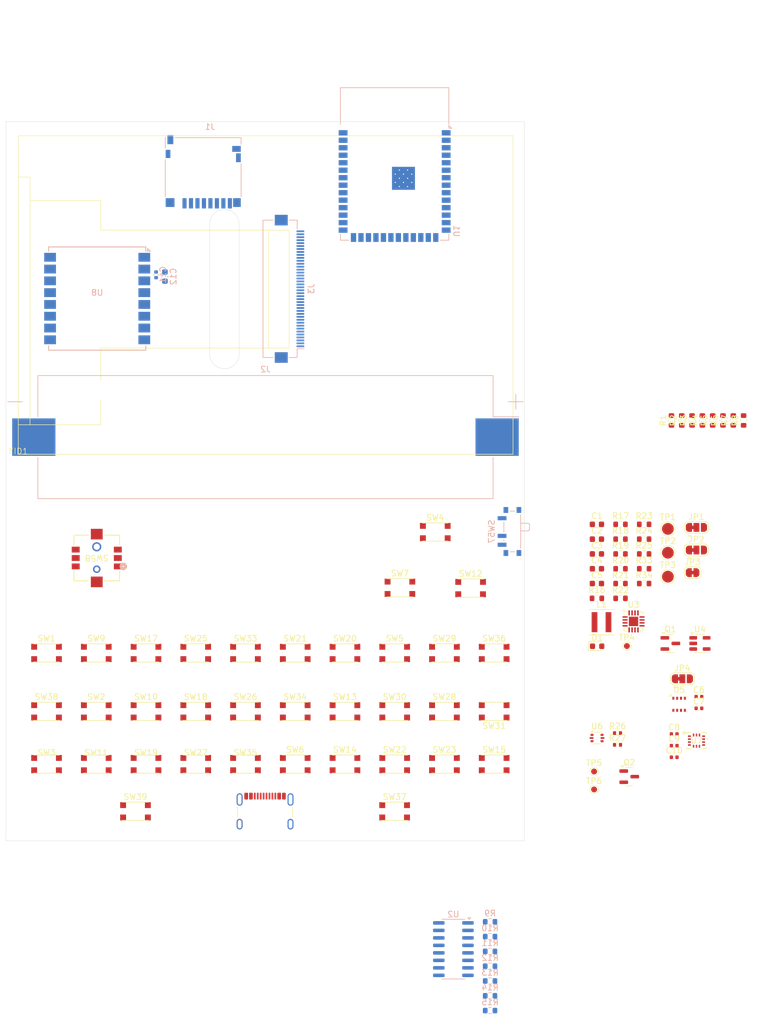
<source format=kicad_pcb>
(kicad_pcb (version 20240108) (generator "pcbnew") (generator_version "8.0")
  (layers (0 "F.Cu" signal) (31 "B.Cu" signal) (34 "B.Paste" user) (35 "F.Paste" user) (36 "B.SilkS" user "B.Silkscreen") (37 "F.SilkS" user "F.Silkscreen") (38 "B.Mask" user) (39 "F.Mask" user) (44 "Edge.Cuts" user))
  (net 0 "")
  (net 1 "GND")
  (net 2 "+3.3V")
  (net 3 "/mcu/SD_CMD")
  (net 4 "/mcu/SD_D0")
  (net 5 "/mcu/SD_CLK")
  (net 10 "VSYS")
  (net 11 "Net-(U4-FB)")
  (net 12 "Net-(J2-Pin_2)")
  (net 13 "Net-(D1-K)")
  (net 14 "/lcd/SPI_MISO")
  (net 16 "/lcd/IM0")
  (net 17 "/lcd/LEDK")
  (net 18 "/lcd/IM2")
  (net 19 "/lcd/SPI_MOSI")
  (net 20 "/lcd/SPI_CS")
  (net 21 "/lcd/SPI_CLK")
  (net 22 "/lcd/FMARK")
  (net 23 "/lcd/IM1")
  (net 24 "Net-(J4-D--PadA7)")
  (net 25 "Net-(J4-CC1)")
  (net 26 "VUSB")
  (net 27 "Net-(J4-CC2)")
  (net 28 "Net-(J4-D+-PadA6)")
  (net 29 "VDD")
  (net 31 "/power/EN1")
  (net 32 "/power/EN2")
  (net 33 "Net-(JP3-B)")
  (net 34 "Net-(JP4-C)")
  (net 35 "Net-(U4-SW)")
  (net 36 "/mcu/CHG")
  (net 37 "/power/~{CHG}")
  (net 38 "Net-(Q2-D)")
  (net 39 "Net-(Q2-G)")
  (net 40 "Net-(U1-EN)")
  (net 41 "Net-(U2-~{Y0})")
  (net 42 "Net-(R8-Pad2)")
  (net 43 "Net-(R9-Pad2)")
  (net 44 "Net-(U2-~{Y1})")
  (net 45 "Net-(U2-~{Y2})")
  (net 46 "Net-(R10-Pad2)")
  (net 47 "Net-(U2-~{Y3})")
  (net 48 "Net-(R11-Pad2)")
  (net 49 "Net-(U2-~{Y4})")
  (net 50 "Net-(R12-Pad2)")
  (net 51 "Net-(U2-~{Y5})")
  (net 52 "Net-(R13-Pad2)")
  (net 53 "Net-(R14-Pad2)")
  (net 54 "Net-(U2-~{Y6})")
  (net 55 "Net-(U2-~{Y7})")
  (net 56 "Net-(R15-Pad2)")
  (net 57 "Net-(U3-TMR)")
  (net 58 "Net-(U3-ILIM)")
  (net 59 "/power/ISET")
  (net 60 "Net-(SW57-B)")
  (net 61 "Net-(U3-TS)")
  (net 62 "/mcu/VBAT_DIV2")
  (net 63 "/keyboard/KB_COL0")
  (net 64 "/keyboard/KB_COL1")
  (net 65 "/keyboard/KB_COL2")
  (net 66 "/keyboard/KB_COL3")
  (net 67 "/keyboard/KB_COL4")
  (net 68 "/keyboard/KB_COL5")
  (net 69 "/keyboard/KB_COL6")
  (net 70 "/imu/SCL")
  (net 71 "/imu/SDA")
  (net 72 "/mcu/USB_D-")
  (net 73 "/mcu/IO0")
  (net 74 "/lcd/BACKLIGHT")
  (net 75 "/keyboard/KB_ROW1")
  (net 76 "/keyboard/KB_ROW0")
  (net 77 "/keyboard/KB_ROW2")
  (net 78 "/mcu/USB_D+")
  (net 79 "/power/~{PGOOD}")
  (net 90 "Net-(J1-DAT2)")
  (net 91 "Net-(J1-DAT1)")
  (net 92 "Net-(J1-DAT3{slash}CD)")
  (net 99 "/mcu/LORA_NSS")
  (net 100 "/mcu/LORA_CE")
  (net 101 "/mcu/LORA_IRQ")
  (footprint "Package_DFN_QFN:VQFN-16-1EP_3x3mm_P0.5mm_EP1.6x1.6mm" (layer "F.Cu") (at 187.5625 115.75)
    (property "Reference" "U3" (at 0 -2.83 0) (layer "F.SilkS"))
    (property "Value" "BQ24075RGT")
    (pad "1" smd roundrect (at -1.4375 -0.75) (size 0.875 0.25) (layers "F.Cu" "F.Paste" "F.Mask") (net 61 "Net-(U3-TS)"))
    (pad "2" smd roundrect (at -1.4375 -0.25) (size 0.875 0.25) (layers "F.Cu" "F.Paste" "F.Mask") (net 12 "Net-(J2-Pin_2)"))
    (pad "3" smd roundrect (at -1.4375 0.25) (size 0.875 0.25) (layers "F.Cu" "F.Paste" "F.Mask") (net 12 "Net-(J2-Pin_2)"))
    (pad "4" smd roundrect (at -1.4375 0.75) (size 0.875 0.25) (layers "F.Cu" "F.Paste" "F.Mask") (net 1 "GND"))
    (pad "5" smd roundrect (at -0.75 1.4375) (size 0.25 0.875) (layers "F.Cu" "F.Paste" "F.Mask") (net 32 "/power/EN2"))
    (pad "6" smd roundrect (at -0.25 1.4375) (size 0.25 0.875) (layers "F.Cu" "F.Paste" "F.Mask") (net 31 "/power/EN1"))
    (pad "7" smd roundrect (at 0.25 1.4375) (size 0.25 0.875) (layers "F.Cu" "F.Paste" "F.Mask") (net 79 "/power/~{PGOOD}"))
    (pad "8" smd roundrect (at 0.75 1.4375) (size 0.25 0.875) (layers "F.Cu" "F.Paste" "F.Mask") (net 1 "GND"))
    (pad "9" smd roundrect (at 1.4375 0.75) (size 0.875 0.25) (layers "F.Cu" "F.Paste" "F.Mask") (net 37 "/power/~{CHG}"))
    (pad "10" smd roundrect (at 1.4375 0.25) (size 0.875 0.25) (layers "F.Cu" "F.Paste" "F.Mask") (net 10 "VSYS"))
    (pad "11" smd roundrect (at 1.4375 -0.25) (size 0.875 0.25) (layers "F.Cu" "F.Paste" "F.Mask") (net 10 "VSYS"))
    (pad "12" smd roundrect (at 1.4375 -0.75) (size 0.875 0.25) (layers "F.Cu" "F.Paste" "F.Mask") (net 58 "Net-(U3-ILIM)"))
    (pad "13" smd roundrect (at 0.75 -1.4375) (size 0.25 0.875) (layers "F.Cu" "F.Paste" "F.Mask") (net 26 "VUSB"))
    (pad "14" smd roundrect (at 0.25 -1.4375) (size 0.25 0.875) (layers "F.Cu" "F.Paste" "F.Mask") (net 57 "Net-(U3-TMR)"))
    (pad "15" smd roundrect (at -0.25 -1.4375) (size 0.25 0.875) (layers "F.Cu" "F.Paste" "F.Mask") (net 26 "VUSB"))
    (pad "16" smd roundrect (at -0.75 -1.4375) (size 0.25 0.875) (layers "F.Cu" "F.Paste" "F.Mask") (net 59 "/power/ISET"))
    (pad "17" smd rect (at 0 0) (size 1.6 1.6) (property pad_prop_heatsink) (layers "F.Cu" "F.Mask") (net 1 "GND"))
  )
  (footprint "Package_LGA:Bosch_LGA-8_2.5x2.5mm_P0.65mm_ClockwisePinNumbering" (layer "F.Cu") (at 195.2975 129.805)
    (property "Reference" "U5" (at 0.015 -2.465 0) (layer "F.SilkS"))
    (property "Value" "BME280")
    (pad "1" smd rect (at -0.975 -1.025 90) (size 0.5 0.35) (layers "F.Cu" "F.Paste" "F.Mask") (net 1 "GND"))
    (pad "2" smd rect (at -0.325 -1.025 90) (size 0.5 0.35) (layers "F.Cu" "F.Paste" "F.Mask") (net 2 "+3.3V"))
    (pad "3" smd rect (at 0.325 -1.025 90) (size 0.5 0.35) (layers "F.Cu" "F.Paste" "F.Mask") (net 71 "/imu/SDA"))
    (pad "4" smd rect (at 0.975 -1.025 90) (size 0.5 0.35) (layers "F.Cu" "F.Paste" "F.Mask") (net 70 "/imu/SCL"))
    (pad "5" smd rect (at 0.975 1.025 90) (size 0.5 0.35) (layers "F.Cu" "F.Paste" "F.Mask") (net 34 "Net-(JP4-C)"))
    (pad "6" smd rect (at 0.325 1.025 90) (size 0.5 0.35) (layers "F.Cu" "F.Paste" "F.Mask") (net 2 "+3.3V"))
    (pad "7" smd rect (at -0.325 1.025 90) (size 0.5 0.35) (layers "F.Cu" "F.Paste" "F.Mask") (net 1 "GND"))
    (pad "8" smd rect (at -0.975 1.025 90) (size 0.5 0.35) (layers "F.Cu" "F.Paste" "F.Mask") (net 2 "+3.3V"))
  )
  (footprint "Capacitor_SMD:C_0603_1608Metric" (layer "F.Cu") (at 181.3425 101.8)
    (property "Reference" "C2" (at 0 -1.43 0) (layer "F.SilkS"))
    (property "Value" "TBD")
    (pad "1" smd roundrect (at -0.775 0) (size 0.9 0.95) (layers "F.Cu" "F.Paste" "F.Mask") (net 11 "Net-(U4-FB)"))
    (pad "2" smd roundrect (at 0.775 0) (size 0.9 0.95) (layers "F.Cu" "F.Paste" "F.Mask") (net 1 "GND"))
  )
  (footprint "Jumper:SolderJumper-2_P1.3mm_Bridged_RoundedPad1.0x1.5mm" (layer "F.Cu") (at 197.5925 107.48)
    (property "Reference" "JP3" (at 0 -1.8 0) (layer "F.SilkS"))
    (property "Value" "Grumpy wifasoi jumper")
    (fp_poly (pts (xy 0.25 -0.3) (xy -0.25 -0.3) (xy -0.25 0.3) (xy 0.25 0.3)) (fill solid) (layer "F.Cu"))
    (pad "1" smd custom (at -0.65 0) (size 1 0.5) (layers "F.Cu" "F.Mask") (net 26 "VUSB") (options (clearance outline) (anchor rect)) (primitives (gr_circle (center 0 0.25) (end 0.5 0.25) (width 0) (fill yes)) (gr_circle (center 0 -0.25) (end 0.5 -0.25) (width 0) (fill yes)) (gr_poly (pts (xy 0.5 0.75) (xy 0 0.75) (xy 0 -0.75) (xy 0.5 -0.75)) (width 0) (fill yes))))
    (pad "2" smd custom (at 0.65 0) (size 1 0.5) (layers "F.Cu" "F.Mask") (net 33 "Net-(JP3-B)") (options (clearance outline) (anchor rect)) (primitives (gr_circle (center 0 0.25) (end 0.5 0.25) (width 0) (fill yes)) (gr_circle (center 0 -0.25) (end 0.5 -0.25) (width 0) (fill yes)) (gr_poly (pts (xy 0 0.75) (xy -0.5 0.75) (xy -0.5 -0.75) (xy 0 -0.75)) (width 0) (fill yes))))
  )
  (footprint "Resistor_SMD:R_0603_1608Metric" (layer "F.Cu") (at 194 81.675 90)
    (property "Reference" "R1" (at 0 -1.43 90) (layer "F.SilkS"))
    (property "Value" "10k")
    (pad "1" smd roundrect (at -0.825 0 90) (size 0.8 0.95) (layers "F.Cu" "F.Paste" "F.Mask") (net 2 "+3.3V"))
    (pad "2" smd roundrect (at 0.825 0 90) (size 0.8 0.95) (layers "F.Cu" "F.Paste" "F.Mask") (net 40 "Net-(U1-EN)"))
  )
  (footprint "lib:bottonepiccolo_C2888430" (layer "F.Cu") (at 113.233332 139.95)
    (property "Reference" "SW27" (at 0 -1.950001 0) (layer "F.SilkS"))
    (property "Value" "SW_Push")
    (pad "1" smd rect (at -2.1 -1.05) (size 1 1) (layers "F.Cu" "F.Paste" "F.Mask") (net 46 "Net-(R10-Pad2)"))
    (pad "1" smd rect (at 2.1 -1.05) (size 1 1) (layers "F.Cu" "F.Paste" "F.Mask") (net 46 "Net-(R10-Pad2)"))
    (pad "2" smd rect (at -2.1 1.05) (size 1 1) (layers "F.Cu" "F.Paste" "F.Mask") (net 66 "/keyboard/KB_COL3"))
    (pad "2" smd rect (at 2.1 1.05) (size 1 1) (layers "F.Cu" "F.Paste" "F.Mask") (net 66 "/keyboard/KB_COL3"))
  )
  (footprint "lib:bottonepiccolo_C2888430" (layer "F.Cu") (at 147.011108 131)
    (property "Reference" "SW30" (at 0 -2.450001 0) (layer "F.SilkS"))
    (property "Value" "SW_Push")
    (pad "1" smd rect (at -2.1 -1.05) (size 1 1) (layers "F.Cu" "F.Paste" "F.Mask") (net 52 "Net-(R13-Pad2)"))
    (pad "1" smd rect (at 2.1 -1.05) (size 1 1) (layers "F.Cu" "F.Paste" "F.Mask") (net 52 "Net-(R13-Pad2)"))
    (pad "2" smd rect (at -2.1 1.05) (size 1 1) (layers "F.Cu" "F.Paste" "F.Mask") (net 66 "/keyboard/KB_COL3"))
    (pad "2" smd rect (at 2.1 1.05) (size 1 1) (layers "F.Cu" "F.Paste" "F.Mask") (net 66 "/keyboard/KB_COL3"))
  )
  (footprint "Resistor_SMD:R_0603_1608Metric" (layer "F.Cu") (at 189.3625 106.82)
    (property "Reference" "R33" (at 0 -1.43 0) (layer "F.SilkS"))
    (property "Value" "150K")
    (pad "1" smd roundrect (at -0.825 0) (size 0.8 0.95) (layers "F.Cu" "F.Paste" "F.Mask") (net 62 "/mcu/VBAT_DIV2"))
    (pad "2" smd roundrect (at 0.825 0) (size 0.8 0.95) (layers "F.Cu" "F.Paste" "F.Mask") (net 1 "GND"))
  )
  (footprint "Capacitor_SMD:C_0402_1005Metric" (layer "F.Cu") (at 194.4625 134.85)
    (property "Reference" "C8" (at 0 -1.16 0) (layer "F.SilkS"))
    (property "Value" "1uF 25V")
    (pad "1" smd roundrect (at -0.48 0) (size 0.56 0.62) (layers "F.Cu" "F.Paste" "F.Mask") (net 2 "+3.3V"))
    (pad "2" smd roundrect (at 0.48 0) (size 0.56 0.62) (layers "F.Cu" "F.Paste" "F.Mask") (net 1 "GND"))
  )
  (footprint "Package_TO_SOT_SMD:SOT-23" (layer "F.Cu") (at 193.8125 119.485)
    (property "Reference" "Q1" (at 0 -2.4 0) (layer "F.SilkS"))
    (property "Value" "NPN SS8050")
    (pad "1" smd roundrect (at -0.9375 -0.95) (size 1.475 0.6) (layers "F.Cu" "F.Paste" "F.Mask") (net 37 "/power/~{CHG}"))
    (pad "2" smd roundrect (at -0.9375 0.95) (size 1.475 0.6) (layers "F.Cu" "F.Paste" "F.Mask") (net 1 "GND"))
    (pad "3" smd roundrect (at 0.9375 0) (size 1.475 0.6) (layers "F.Cu" "F.Paste" "F.Mask") (net 36 "/mcu/CHG"))
  )
  (footprint "LED_SMD:LED_0603_1608Metric" (layer "F.Cu") (at 181.3825 119.96)
    (property "Reference" "D1" (at 0 -1.43 0) (layer "F.SilkS"))
    (property "Value" "LED")
    (pad "1" smd roundrect (at -0.7875 0) (size 0.875 0.95) (layers "F.Cu" "F.Paste" "F.Mask") (net 13 "Net-(D1-K)"))
    (pad "2" smd roundrect (at 0.7875 0) (size 0.875 0.95) (layers "F.Cu" "F.Paste" "F.Mask") (net 10 "VSYS"))
  )
  (footprint "TestPoint:TestPoint_Pad_D1.0mm" (layer "F.Cu") (at 180.8625 144.25)
    (property "Reference" "TP6" (at 0 -1.448 0) (layer "F.SilkS"))
    (property "Value" "TestPoint")
    (pad "1" smd circle (at 0 0) (size 1 1) (layers "F.Cu" "F.Mask") (net 71 "/imu/SDA"))
  )
  (footprint "lib:bottonepiccolo_C2888430" (layer "F.Cu") (at 130.12222 121.1)
    (property "Reference" "SW21" (at 0 -2.450001 0) (layer "F.SilkS"))
    (property "Value" "SW_Push")
    (pad "1" smd rect (at -2.1 -1.05) (size 1 1) (layers "F.Cu" "F.Paste" "F.Mask") (net 50 "Net-(R12-Pad2)"))
    (pad "1" smd rect (at 2.1 -1.05) (size 1 1) (layers "F.Cu" "F.Paste" "F.Mask") (net 50 "Net-(R12-Pad2)"))
    (pad "2" smd rect (at -2.1 1.05) (size 1 1) (layers "F.Cu" "F.Paste" "F.Mask") (net 65 "/keyboard/KB_COL2"))
    (pad "2" smd rect (at 2.1 1.05) (size 1 1) (layers "F.Cu" "F.Paste" "F.Mask") (net 65 "/keyboard/KB_COL2"))
  )
  (footprint "lib:bottonepiccolo_C2888430" (layer "F.Cu") (at 87.9 131)
    (property "Reference" "SW38" (at 0 -2.450001 0) (layer "F.SilkS"))
    (property "Value" "SW_Push")
    (pad "1" smd rect (at -2.1 -1.05) (size 1 1) (layers "F.Cu" "F.Paste" "F.Mask") (net 52 "Net-(R13-Pad2)"))
    (pad "1" smd rect (at 2.1 -1.05) (size 1 1) (layers "F.Cu" "F.Paste" "F.Mask") (net 52 "Net-(R13-Pad2)"))
    (pad "2" smd rect (at -2.1 1.05) (size 1 1) (layers "F.Cu" "F.Paste" "F.Mask") (net 67 "/keyboard/KB_COL4"))
    (pad "2" smd rect (at 2.1 1.05) (size 1 1) (layers "F.Cu" "F.Paste" "F.Mask") (net 67 "/keyboard/KB_COL4"))
  )
  (footprint "lib:bottonepiccolo_C2888430" (layer "F.Cu") (at 163.9 139.95)
    (property "Reference" "SW15" (at 0 -2.450001 0) (layer "F.SilkS"))
    (property "Value" "SW_Push")
    (pad "1" smd rect (at -2.1 -1.05) (size 1 1) (layers "F.Cu" "F.Paste" "F.Mask") (net 53 "Net-(R14-Pad2)"))
    (pad "1" smd rect (at 2.1 -1.05) (size 1 1) (layers "F.Cu" "F.Paste" "F.Mask") (net 53 "Net-(R14-Pad2)"))
    (pad "2" smd rect (at -2.1 1.05) (size 1 1) (layers "F.Cu" "F.Paste" "F.Mask") (net 64 "/keyboard/KB_COL1"))
    (pad "2" smd rect (at 2.1 1.05) (size 1 1) (layers "F.Cu" "F.Paste" "F.Mask") (net 64 "/keyboard/KB_COL1"))
  )
  (footprint "lib:bottonepiccolo_C2888430" (layer "F.Cu") (at 96.344444 139.95)
    (property "Reference" "SW11" (at 0 -1.950001 0) (layer "F.SilkS"))
    (property "Value" "SW_Push")
    (pad "1" smd rect (at -2.1 -1.05) (size 1 1) (layers "F.Cu" "F.Paste" "F.Mask") (net 46 "Net-(R10-Pad2)"))
    (pad "1" smd rect (at 2.1 -1.05) (size 1 1) (layers "F.Cu" "F.Paste" "F.Mask") (net 46 "Net-(R10-Pad2)"))
    (pad "2" smd rect (at -2.1 1.05) (size 1 1) (layers "F.Cu" "F.Paste" "F.Mask") (net 64 "/keyboard/KB_COL1"))
    (pad "2" smd rect (at 2.1 1.05) (size 1 1) (layers "F.Cu" "F.Paste" "F.Mask") (net 64 "/keyboard/KB_COL1"))
  )
  (footprint "Resistor_SMD:R_0603_1608Metric" (layer "F.Cu") (at 206.25 81.675 90)
    (property "Reference" "R8" (at 0 -1.43 90) (layer "F.SilkS"))
    (property "Value" "22")
    (pad "1" smd roundrect (at -0.825 0 90) (size 0.8 0.95) (layers "F.Cu" "F.Paste" "F.Mask") (net 41 "Net-(U2-~{Y0})"))
    (pad "2" smd roundrect (at 0.825 0 90) (size 0.8 0.95) (layers "F.Cu" "F.Paste" "F.Mask") (net 42 "Net-(R8-Pad2)"))
  )
  (footprint "Resistor_SMD:R_0603_1608Metric" (layer "F.Cu") (at 189.3625 104.31)
    (property "Reference" "R25" (at 0 -1.43 0) (layer "F.SilkS"))
    (property "Value" "10k")
    (pad "1" smd roundrect (at -0.825 0) (size 0.8 0.95) (layers "F.Cu" "F.Paste" "F.Mask") (net 36 "/mcu/CHG"))
    (pad "2" smd roundrect (at 0.825 0) (size 0.8 0.95) (layers "F.Cu" "F.Paste" "F.Mask") (net 2 "+3.3V"))
  )
  (footprint "lib:bottonepiccolo_C2888430" (layer "F.Cu") (at 121.677776 131)
    (property "Reference" "SW26" (at 0 -2.450001 0) (layer "F.SilkS"))
    (property "Value" "SW_Push")
    (pad "1" smd rect (at -2.1 -1.05) (size 1 1) (layers "F.Cu" "F.Paste" "F.Mask") (net 43 "Net-(R9-Pad2)"))
    (pad "1" smd rect (at 2.1 -1.05) (size 1 1) (layers "F.Cu" "F.Paste" "F.Mask") (net 43 "Net-(R9-Pad2)"))
    (pad "2" smd rect (at -2.1 1.05) (size 1 1) (layers "F.Cu" "F.Paste" "F.Mask") (net 66 "/keyboard/KB_COL3"))
    (pad "2" smd rect (at 2.1 1.05) (size 1 1) (layers "F.Cu" "F.Paste" "F.Mask") (net 66 "/keyboard/KB_COL3"))
  )
  (footprint "Resistor_SMD:R_0603_1608Metric" (layer "F.Cu") (at 185.3525 101.8)
    (property "Reference" "R18" (at 0 -1.43 0) (layer "F.SilkS"))
    (property "Value" "TBD")
    (pad "1" smd roundrect (at -0.825 0) (size 0.8 0.95) (layers "F.Cu" "F.Paste" "F.Mask") (net 59 "/power/ISET"))
    (pad "2" smd roundrect (at 0.825 0) (size 0.8 0.95) (layers "F.Cu" "F.Paste" "F.Mask") (net 1 "GND"))
  )
  (footprint "lib:bottonepiccolo_C2888430" (layer "F.Cu") (at 163.9 121.1)
    (property "Reference" "SW36" (at 0 -2.450001 0) (layer "F.SilkS"))
    (property "Value" "SW_Push")
    (pad "1" smd rect (at -2.1 -1.05) (size 1 1) (layers "F.Cu" "F.Paste" "F.Mask") (net 48 "Net-(R11-Pad2)"))
    (pad "1" smd rect (at 2.1 -1.05) (size 1 1) (layers "F.Cu" "F.Paste" "F.Mask") (net 48 "Net-(R11-Pad2)"))
    (pad "2" smd rect (at -2.1 1.05) (size 1 1) (layers "F.Cu" "F.Paste" "F.Mask") (net 67 "/keyboard/KB_COL4"))
    (pad "2" smd rect (at 2.1 1.05) (size 1 1) (layers "F.Cu" "F.Paste" "F.Mask") (net 67 "/keyboard/KB_COL4"))
  )
  (footprint "Capacitor_SMD:C_0603_1608Metric" (layer "F.Cu") (at 181.3425 109.33)
    (property "Reference" "C5" (at 0 -1.43 0) (layer "F.SilkS"))
    (property "Value" "4.7uF")
    (pad "1" smd roundrect (at -0.775 0) (size 0.9 0.95) (layers "F.Cu" "F.Paste" "F.Mask") (net 10 "VSYS"))
    (pad "2" smd roundrect (at 0.775 0) (size 0.9 0.95) (layers "F.Cu" "F.Paste" "F.Mask") (net 1 "GND"))
  )
  (footprint "lib:bottonepiccolo_C2888430" (layer "F.Cu") (at 155.455552 131)
    (property "Reference" "SW28" (at 0 -2.450001 0) (layer "F.SilkS"))
    (property "Value" "SW_Push")
    (pad "1" smd rect (at -2.1 -1.05) (size 1 1) (layers "F.Cu" "F.Paste" "F.Mask") (net 48 "Net-(R11-Pad2)"))
    (pad "1" smd rect (at 2.1 -1.05) (size 1 1) (layers "F.Cu" "F.Paste" "F.Mask") (net 48 "Net-(R11-Pad2)"))
    (pad "2" smd rect (at -2.1 1.05) (size 1 1) (layers "F.Cu" "F.Paste" "F.Mask") (net 66 "/keyboard/KB_COL3"))
    (pad "2" smd rect (at 2.1 1.05) (size 1 1) (layers "F.Cu" "F.Paste" "F.Mask") (net 66 "/keyboard/KB_COL3"))
  )
  (footprint "lib:bottonepiccolo_C2888430" (layer "F.Cu") (at 104.788888 121.1)
    (property "Reference" "SW17" (at 0 -2.450001 0) (layer "F.SilkS"))
    (property "Value" "SW_Push")
    (pad "1" smd rect (at -2.1 -1.05) (size 1 1) (layers "F.Cu" "F.Paste" "F.Mask") (net 42 "Net-(R8-Pad2)"))
    (pad "1" smd rect (at 2.1 -1.05) (size 1 1) (layers "F.Cu" "F.Paste" "F.Mask") (net 42 "Net-(R8-Pad2)"))
    (pad "2" smd rect (at -2.1 1.05) (size 1 1) (layers "F.Cu" "F.Paste" "F.Mask") (net 65 "/keyboard/KB_COL2"))
    (pad "2" smd rect (at 2.1 1.05) (size 1 1) (layers "F.Cu" "F.Paste" "F.Mask") (net 65 "/keyboard/KB_COL2"))
  )
  (footprint "Package_TO_SOT_SMD:SOT-666" (layer "F.Cu") (at 181.3625 135.525)
    (property "Reference" "U6" (at 0 -2 0) (layer "F.SilkS"))
    (property "Value" "USBLC6-2P6")
    (pad "1" smd roundrect (at -0.85 -0.5375) (size 0.5 0.375) (layers "F.Cu" "F.Paste" "F.Mask") (net 24 "Net-(J4-D--PadA7)"))
    (pad "2" smd roundrect (at -0.925 0) (size 0.65 0.3) (layers "F.Cu" "F.Paste" "F.Mask") (net 1 "GND"))
    (pad "3" smd roundrect (at -0.85 0.5375) (size 0.5 0.375) (layers "F.Cu" "F.Paste" "F.Mask") (net 28 "Net-(J4-D+-PadA6)"))
    (pad "4" smd roundrect (at 0.85 0.5375) (size 0.5 0.375) (layers "F.Cu" "F.Paste" "F.Mask") (net 78 "/mcu/USB_D+"))
    (pad "5" smd roundrect (at 0.925 0) (size 0.65 0.3) (layers "F.Cu" "F.Paste" "F.Mask") (net 26 "VUSB"))
    (pad "6" smd roundrect (at 0.85 -0.5375) (size 0.5 0.375) (layers "F.Cu" "F.Paste" "F.Mask") (net 72 "/mcu/USB_D-"))
  )
  (footprint "Resistor_SMD:R_0402_1005Metric" (layer "F.Cu") (at 184.8425 136.68)
    (property "Reference" "R27" (at 0 -1.17 0) (layer "F.SilkS"))
    (property "Value" "5k1")
    (pad "1" smd roundrect (at -0.51 0) (size 0.54 0.64) (layers "F.Cu" "F.Paste" "F.Mask") (net 27 "Net-(J4-CC2)"))
    (pad "2" smd roundrect (at 0.51 0) (size 0.54 0.64) (layers "F.Cu" "F.Paste" "F.Mask") (net 1 "GND"))
  )
  (footprint "lib:bottonepiccolo_C2888430" (layer "F.Cu") (at 113.233332 131)
    (property "Reference" "SW18" (at 0 -2.450001 0) (layer "F.SilkS"))
    (property "Value" "SW_Push")
    (pad "1" smd rect (at -2.1 -1.05) (size 1 1) (layers "F.Cu" "F.Paste" "F.Mask") (net 43 "Net-(R9-Pad2)"))
    (pad "1" smd rect (at 2.1 -1.05) (size 1 1) (layers "F.Cu" "F.Paste" "F.Mask") (net 43 "Net-(R9-Pad2)"))
    (pad "2" smd rect (at -2.1 1.05) (size 1 1) (layers "F.Cu" "F.Paste" "F.Mask") (net 65 "/keyboard/KB_COL2"))
    (pad "2" smd rect (at 2.1 1.05) (size 1 1) (layers "F.Cu" "F.Paste" "F.Mask") (net 65 "/keyboard/KB_COL2"))
  )
  (footprint "lib:bottonepiccolo_C2888430" (layer "F.Cu") (at 130.12222 131)
    (property "Reference" "SW34" (at 0 -2.450001 0) (layer "F.SilkS"))
    (property "Value" "SW_Push")
    (pad "1" smd rect (at -2.1 -1.05) (size 1 1) (layers "F.Cu" "F.Paste" "F.Mask") (net 43 "Net-(R9-Pad2)"))
    (pad "1" smd rect (at 2.1 -1.05) (size 1 1) (layers "F.Cu" "F.Paste" "F.Mask") (net 43 "Net-(R9-Pad2)"))
    (pad "2" smd rect (at -2.1 1.05) (size 1 1) (layers "F.Cu" "F.Paste" "F.Mask") (net 67 "/keyboard/KB_COL4"))
    (pad "2" smd rect (at 2.1 1.05) (size 1 1) (layers "F.Cu" "F.Paste" "F.Mask") (net 67 "/keyboard/KB_COL4"))
  )
  (footprint "Resistor_SMD:R_0603_1608Metric" (layer "F.Cu") (at 195.75 81.675 90)
    (property "Reference" "R2" (at 0 -1.43 90) (layer "F.SilkS"))
    (property "Value" "10k")
    (pad "1" smd roundrect (at -0.825 0 90) (size 0.8 0.95) (layers "F.Cu" "F.Paste" "F.Mask") (net 2 "+3.3V"))
    (pad "2" smd roundrect (at 0.825 0 90) (size 0.8 0.95) (layers "F.Cu" "F.Paste" "F.Mask") (net 91 "Net-(J1-DAT1)"))
  )
  (footprint "TestPoint:TestPoint_Pad_D1.0mm" (layer "F.Cu") (at 186.4325 119.93)
    (property "Reference" "TP4" (at 0 -1.448 0) (layer "F.SilkS"))
    (property "Value" "TestPoint")
    (pad "1" smd circle (at 0 0) (size 1 1) (layers "F.Cu" "F.Mask") (net 35 "Net-(U4-SW)"))
  )
  (footprint "Capacitor_SMD:C_0603_1608Metric" (layer "F.Cu") (at 181.3425 99.29)
    (property "Reference" "C1" (at 0 -1.43 0) (layer "F.SilkS"))
    (property "Value" "4.7uF")
    (pad "1" smd roundrect (at -0.775 0) (size 0.9 0.95) (layers "F.Cu" "F.Paste" "F.Mask") (net 10 "VSYS"))
    (pad "2" smd roundrect (at 0.775 0) (size 0.9 0.95) (layers "F.Cu" "F.Paste" "F.Mask") (net 1 "GND"))
  )
  (footprint "lib:SKRHABE010_ALPS" (layer "F.Cu") (at 96.425001 105 180)
    (property "Reference" "SW58" (at 0 0 180) (layer "F.SilkS"))
    (property "Value" "SKRHABE010")
    (pad "1" smd rect (at -3.574999 -1.425001 180) (size 1.3462 0.9906) (layers "F.Cu" "F.Paste" "F.Mask") (net 65 "/keyboard/KB_COL2"))
    (pad "2" smd rect (at -3.574999 0 180) (size 1.3462 0.9906) (layers "F.Cu" "F.Paste" "F.Mask") (net 66 "/keyboard/KB_COL3"))
    (pad "3" smd rect (at -3.574999 1.425001 180) (size 1.3462 0.9906) (layers "F.Cu" "F.Paste" "F.Mask") (net 67 "/keyboard/KB_COL4"))
    (pad "4" smd rect (at 3.574999 -1.425001 180) (size 1.3462 0.9906) (layers "F.Cu" "F.Paste" "F.Mask") (net 64 "/keyboard/KB_COL1"))
    (pad "5" smd rect (at 3.574999 0 180) (size 1.3462 0.9906) (layers "F.Cu" "F.Paste" "F.Mask") (net 56 "Net-(R15-Pad2)"))
    (pad "6" smd rect (at 3.574999 1.425001 180) (size 1.3462 0.9906) (layers "F.Cu" "F.Paste" "F.Mask") (net 63 "/keyboard/KB_COL0"))
    (pad "7" smd rect (at 0 -4.05 180) (size 2.0066 1.8034) (layers "F.Cu" "F.Paste" "F.Mask"))
    (pad "8" smd rect (at 0 4.05 180) (size 2.0066 1.8034) (layers "F.Cu" "F.Paste" "F.Mask"))
    (pad "9" thru_hole circle (at 0 -1.9 180) (size 1.27 1.27) (drill 0.762) (layers "*.Cu" "*.Mask"))
    (pad "10" thru_hole circle (at 0 1.9 180) (size 1.5494 1.5494) (drill 1.0414) (layers "*.Cu" "*.Mask"))
  )
  (footprint "TestPoint:TestPoint_Pad_D1.0mm" (layer "F.Cu") (at 180.8625 141.2)
    (property "Reference" "TP5" (at 0 -1.448 0) (layer "F.SilkS"))
    (property "Value" "TestPoint")
    (pad "1" smd circle (at 0 0) (size 1 1) (layers "F.Cu" "F.Mask") (net 70 "/imu/SCL"))
  )
  (footprint "lib:bottonepiccolo_C2888430" (layer "F.Cu") (at 163.9 131 180)
    (property "Reference" "SW31" (at 0 -2.450001 180) (layer "F.SilkS"))
    (property "Value" "SW_Push")
    (pad "1" smd rect (at -2.1 -1.05 180) (size 1 1) (layers "F.Cu" "F.Paste" "F.Mask") (net 53 "Net-(R14-Pad2)"))
    (pad "1" smd rect (at 2.1 -1.05 180) (size 1 1) (layers "F.Cu" "F.Paste" "F.Mask") (net 53 "Net-(R14-Pad2)"))
    (pad "2" smd rect (at -2.1 1.05 180) (size 1 1) (layers "F.Cu" "F.Paste" "F.Mask") (net 66 "/keyboard/KB_COL3"))
    (pad "2" smd rect (at 2.1 1.05 180) (size 1 1) (layers "F.Cu" "F.Paste" "F.Mask") (net 66 "/keyboard/KB_COL3"))
  )
  (footprint "Resistor_SMD:R_0603_1608Metric" (layer "F.Cu") (at 189.3625 101.8)
    (property "Reference" "R24" (at 0 -1.43 0) (layer "F.SilkS"))
    (property "Value" "10k")
    (pad "1" smd roundrect (at -0.825 0) (size 0.8 0.95) (layers "F.Cu" "F.Paste" "F.Mask") (net 37 "/power/~{CHG}"))
    (pad "2" smd roundrect (at 0.825 0) (size 0.8 0.95) (layers "F.Cu" "F.Paste" "F.Mask") (net 10 "VSYS"))
  )
  (footprint "lib:bottonepiccolo_C2888430" (layer "F.Cu") (at 121.677776 121.1)
    (property "Reference" "SW33" (at 0 -2.450001 0) (layer "F.SilkS"))
    (property "Value" "SW_Push")
    (pad "1" smd rect (at -2.1 -1.05) (size 1 1) (layers "F.Cu" "F.Paste" "F.Mask") (net 42 "Net-(R8-Pad2)"))
    (pad "1" smd rect (at 2.1 -1.05) (size 1 1) (layers "F.Cu" "F.Paste" "F.Mask") (net 42 "Net-(R8-Pad2)"))
    (pad "2" smd rect (at -2.1 1.05) (size 1 1) (layers "F.Cu" "F.Paste" "F.Mask") (net 67 "/keyboard/KB_COL4"))
    (pad "2" smd rect (at 2.1 1.05) (size 1 1) (layers "F.Cu" "F.Paste" "F.Mask") (net 67 "/keyboard/KB_COL4"))
  )
  (footprint "Resistor_SMD:R_0402_1005Metric" (layer "F.Cu") (at 184.8425 134.69)
    (property "Reference" "R26" (at 0 -1.17 0) (layer "F.SilkS"))
    (property "Value" "5k1")
    (pad "1" smd roundrect (at -0.51 0) (size 0.54 0.64) (layers "F.Cu" "F.Paste" "F.Mask") (net 25 "Net-(J4-CC1)"))
    (pad "2" smd roundrect (at 0.51 0) (size 0.54 0.64) (layers "F.Cu" "F.Paste" "F.Mask") (net 1 "GND"))
  )
  (footprint "Resistor_SMD:R_0603_1608Metric" (layer "F.Cu") (at 185.3525 104.31)
    (property "Reference" "R19" (at 0 -1.43 0) (layer "F.SilkS"))
    (property "Value" "10k")
    (pad "1" smd roundrect (at -0.825 0) (size 0.8 0.95) (layers "F.Cu" "F.Paste" "F.Mask") (net 1 "GND"))
    (pad "2" smd roundrect (at 0.825 0) (size 0.8 0.95) (layers "F.Cu" "F.Paste" "F.Mask") (net 60 "Net-(SW57-B)"))
  )
  (footprint "Resistor_SMD:R_0603_1608Metric" (layer "F.Cu") (at 185.3525 109.33)
    (property "Reference" "R21" (at 0 -1.43 0) (layer "F.SilkS"))
    (property "Value" "680k")
    (pad "1" smd roundrect (at -0.825 0) (size 0.8 0.95) (layers "F.Cu" "F.Paste" "F.Mask") (net 2 "+3.3V"))
    (pad "2" smd roundrect (at 0.825 0) (size 0.8 0.95) (layers "F.Cu" "F.Paste" "F.Mask") (net 11 "Net-(U4-FB)"))
  )
  (footprint "Connector_USB:USB_C_Receptacle_GCT_USB4105-xx-A_16P_TopMnt_Horizontal" (layer "F.Cu") (at 125 149.055)
    (property "Reference" "J4" (hide yes))
    (property "Value" "USB_C_Receptacle_USB2.0_14P")
    (pad "" np_thru_hole circle (at -2.89 -2.605) (size 0.65 0.65) (drill 0.65) (layers "F&B.Cu" "*.Mask"))
    (pad "" np_thru_hole circle (at 2.89 -2.605) (size 0.65 0.65) (drill 0.65) (layers "F&B.Cu" "*.Mask"))
    (pad "A1" smd roundrect (at -3.2 -3.68) (size 0.6 1.15) (layers "F.Cu" "F.Paste" "F.Mask") (net 1 "GND"))
    (pad "A4" smd roundrect (at -2.4 -3.68) (size 0.6 1.15) (layers "F.Cu" "F.Paste" "F.Mask") (net 26 "VUSB"))
    (pad "A5" smd roundrect (at -1.25 -3.68) (size 0.3 1.15) (layers "F.Cu" "F.Paste" "F.Mask") (net 25 "Net-(J4-CC1)"))
    (pad "A6" smd roundrect (at -0.25 -3.68) (size 0.3 1.15) (layers "F.Cu" "F.Paste" "F.Mask") (net 28 "Net-(J4-D+-PadA6)"))
    (pad "A7" smd roundrect (at 0.25 -3.68) (size 0.3 1.15) (layers "F.Cu" "F.Paste" "F.Mask") (net 24 "Net-(J4-D--PadA7)"))
    (pad "A8" smd roundrect (at 1.25 -3.68) (size 0.3 1.15) (layers "F.Cu" "F.Paste" "F.Mask"))
    (pad "A9" smd roundrect (at 2.4 -3.68) (size 0.6 1.15) (layers "F.Cu" "F.Paste" "F.Mask") (net 26 "VUSB"))
    (pad "A12" smd roundrect (at 3.2 -3.68) (size 0.6 1.15) (layers "F.Cu" "F.Paste" "F.Mask") (net 1 "GND"))
    (pad "B1" smd roundrect (at 3.2 -3.68) (size 0.6 1.15) (layers "F.Cu" "F.Paste" "F.Mask") (net 1 "GND"))
    (pad "B4" smd roundrect (at 2.4 -3.68) (size 0.6 1.15) (layers "F.Cu" "F.Paste" "F.Mask") (net 26 "VUSB"))
    (pad "B5" smd roundrect (at 1.75 -3.68) (size 0.3 1.15) (layers "F.Cu" "F.Paste" "F.Mask") (net 27 "Net-(J4-CC2)"))
    (pad "B6" smd roundrect (at 0.75 -3.68) (size 0.3 1.15) (layers "F.Cu" "F.Paste" "F.Mask") (net 28 "Net-(J4-D+-PadA6)"))
    (pad "B7" smd roundrect (at -0.75 -3.68) (size 0.3 1.15) (layers "F.Cu" "F.Paste" "F.Mask") (net 24 "Net-(J4-D--PadA7)"))
    (pad "B8" smd roundrect (at -1.75 -3.68) (size 0.3 1.15) (layers "F.Cu" "F.Paste" "F.Mask"))
    (pad "B9" smd roundrect (at -2.4 -3.68) (size 0.6 1.15) (layers "F.Cu" "F.Paste" "F.Mask") (net 26 "VUSB"))
    (pad "B12" smd roundrect (at -3.2 -3.68) (size 0.6 1.15) (layers "F.Cu" "F.Paste" "F.Mask") (net 1 "GND"))
    (pad "S1" thru_hole oval (at -4.32 -3.105) (size 1 2.1) (drill oval 0.6 1.7) (layers "*.Cu" "*.Mask" "F.Paste") (net 1 "GND"))
    (pad "S1" thru_hole oval (at -4.32 1.075) (size 1 1.8) (drill oval 0.6 1.4) (layers "*.Cu" "*.Mask" "F.Paste") (net 1 "GND"))
    (pad "S1" thru_hole oval (at 4.32 -3.105) (size 1 2.1) (drill oval 0.6 1.7) (layers "*.Cu" "*.Mask" "F.Paste") (net 1 "GND"))
    (pad "S1" thru_hole oval (at 4.32 1.075) (size 1 1.8) (drill oval 0.6 1.4) (layers "*.Cu" "*.Mask" "F.Paste") (net 1 "GND"))
  )
  (footprint "Inductor_SMD:L_Coilcraft_XxL4040" (layer "F.Cu") (at 182.1225 115.88)
    (property "Reference" "L1" (at 0 -3 360) (layer "F.SilkS"))
    (property "Value" "2.2uH")
    (pad "1" smd rect (at -1.185 0) (size 0.98 3.4) (layers "F.Cu" "F.Paste" "F.Mask") (net 35 "Net-(U4-SW)"))
    (pad "2" smd rect (at 1.185 0) (size 0.98 3.4) (layers "F.Cu" "F.Paste" "F.Mask") (net 2 "+3.3V"))
  )
  (footprint "lib:bottonepiccolo_C2888430" (layer "F.Cu") (at 153.9 100.6)
    (property "Reference" "SW4" (at 0 -2.450001 0) (layer "F.SilkS"))
    (property "Value" "SW_Push")
    (pad "1" smd rect (at -2.1 -1.05) (size 1 1) (layers "F.Cu" "F.Paste" "F.Mask") (net 48 "Net-(R11-Pad2)"))
    (pad "1" smd rect (at 2.1 -1.05) (size 1 1) (layers "F.Cu" "F.Paste" "F.Mask") (net 48 "Net-(R11-Pad2)"))
    (pad "2" smd rect (at -2.1 1.05) (size 1 1) (layers "F.Cu" "F.Paste" "F.Mask") (net 63 "/keyboard/KB_COL0"))
    (pad "2" smd rect (at 2.1 1.05) (size 1 1) (layers "F.Cu" "F.Paste" "F.Mask") (net 63 "/keyboard/KB_COL0"))
  )
  (footprint "Resistor_SMD:R_0603_1608Metric" (layer "F.Cu") (at 201 81.675 90)
    (property "Reference" "R5" (at 0 -1.43 90) (layer "F.SilkS"))
    (property "Value" "10k")
    (pad "1" smd roundrect (at -0.825 0 90) (size 0.8 0.95) (layers "F.Cu" "F.Paste" "F.Mask") (net 2 "+3.3V"))
    (pad "2" smd roundrect (at 0.825 0 90) (size 0.8 0.95) (layers "F.Cu" "F.Paste" "F.Mask") (net 3 "/mcu/SD_CMD"))
  )
  (footprint "Capacitor_SMD:C_0603_1608Metric" (layer "F.Cu") (at 181.3425 106.82)
    (property "Reference" "C4" (at 0 -1.43 0) (layer "F.SilkS"))
    (property "Value" "10uF")
    (pad "1" smd roundrect (at -0.775 0) (size 0.9 0.95) (layers "F.Cu" "F.Paste" "F.Mask") (net 2 "+3.3V"))
    (pad "2" smd roundrect (at 0.775 0) (size 0.9 0.95) (layers "F.Cu" "F.Paste" "F.Mask") (net 1 "GND"))
  )
  (footprint "lib:bottonepiccolo_C2888430" (layer "F.Cu") (at 147.011108 139.95)
    (property "Reference" "SW22" (at 0 -2.450001 0) (layer "F.SilkS"))
    (property "Value" "SW_Push")
    (pad "1" smd rect (at -2.1 -1.05) (size 1 1) (layers "F.Cu" "F.Paste" "F.Mask") (net 52 "Net-(R13-Pad2)"))
    (pad "1" smd rect (at 2.1 -1.05) (size 1 1) (layers "F.Cu" "F.Paste" "F.Mask") (net 52 "Net-(R13-Pad2)"))
    (pad "2" smd rect (at -2.1 1.05) (size 1 1) (layers "F.Cu" "F.Paste" "F.Mask") (net 65 "/keyboard/KB_COL2"))
    (pad "2" smd rect (at 2.1 1.05) (size 1 1) (layers "F.Cu" "F.Paste" "F.Mask") (net 65 "/keyboard/KB_COL2"))
  )
  (footprint "Jumper:SolderJumper-3_P1.3mm_Bridged12_RoundedPad1.0x1.5mm" (layer "F.Cu") (at 195.8525 125.48)
    (property "Reference" "JP4" (at 0 -1.8 0) (layer "F.SilkS"))
    (property "Value" "SolderJumper_3_Bridged12")
    (fp_poly (pts (xy -0.9 -0.3) (xy -0.4 -0.3) (xy -0.4 0.3) (xy -0.9 0.3)) (fill solid) (layer "F.Cu"))
    (pad "1" smd custom (at -1.3 0) (size 1 0.5) (layers "F.Cu" "F.Mask") (net 2 "+3.3V") (options (clearance outline) (anchor rect)) (primitives (gr_circle (center 0 0.25) (end 0.5 0.25) (width 0) (fill yes)) (gr_circle (center 0 -0.25) (end 0.5 -0.25) (width 0) (fill yes)) (gr_poly (pts (xy 0.55 0.75) (xy 0 0.75) (xy 0 -0.75) (xy 0.55 -0.75)) (width 0) (fill yes))))
    (pad "2" smd rect (at 0 0) (size 1 1.5) (layers "F.Cu" "F.Mask") (net 34 "Net-(JP4-C)"))
    (pad "3" smd custom (at 1.3 0) (size 1 0.5) (layers "F.Cu" "F.Mask") (net 1 "GND") (options (clearance outline) (anchor rect)) (primitives (gr_circle (center 0 0.25) (end 0.5 0.25) (width 0) (fill yes)) (gr_circle (center 0 -0.25) (end 0.5 -0.25) (width 0) (fill yes)) (gr_poly (pts (xy 0 0.75) (xy -0.55 0.75) (xy -0.55 -0.75) (xy 0 -0.75)) (width 0) (fill yes))))
  )
  (footprint "Capacitor_SMD:C_0402_1005Metric" (layer "F.Cu") (at 194.4625 136.82)
    (property "Reference" "C9" (at 0 -1.16 0) (layer "F.SilkS"))
    (property "Value" "100nF 6.3V")
    (pad "1" smd roundrect (at -0.48 0) (size 0.56 0.62) (layers "F.Cu" "F.Paste" "F.Mask") (net 2 "+3.3V"))
    (pad "2" smd roundrect (at 0.48 0) (size 0.56 0.62) (layers "F.Cu" "F.Paste" "F.Mask") (net 1 "GND"))
  )
  (footprint "Capacitor_SMD:C_0603_1608Metric" (layer "F.Cu") (at 181.3425 104.31)
    (property "Reference" "C3" (at 0 -1.43 0) (layer "F.SilkS"))
    (property "Value" "4.7uF")
    (pad "1" smd roundrect (at -0.775 0) (size 0.9 0.95) (layers "F.Cu" "F.Paste" "F.Mask") (net 12 "Net-(J2-Pin_2)"))
    (pad "2" smd roundrect (at 0.775 0) (size 0.9 0.95) (layers "F.Cu" "F.Paste" "F.Mask") (net 1 "GND"))
  )
  (footprint "lib:bottonepiccolo_C2888430" (layer "F.Cu") (at 104.788888 139.95)
    (property "Reference" "SW19" (at 0 -1.950001 0) (layer "F.SilkS"))
    (property "Value" "SW_Push")
    (pad "1" smd rect (at -2.1 -1.05) (size 1 1) (layers "F.Cu" "F.Paste" "F.Mask") (net 46 "Net-(R10-Pad2)"))
    (pad "1" smd rect (at 2.1 -1.05) (size 1 1) (layers "F.Cu" "F.Paste" "F.Mask") (net 46 "Net-(R10-Pad2)"))
    (pad "2" smd rect (at -2.1 1.05) (size 1 1) (layers "F.Cu" "F.Paste" "F.Mask") (net 65 "/keyboard/KB_COL2"))
    (pad "2" smd rect (at 2.1 1.05) (size 1 1) (layers "F.Cu" "F.Paste" "F.Mask") (net 65 "/keyboard/KB_COL2"))
  )
  (footprint "Capacitor_SMD:C_0402_1005Metric" (layer "F.Cu") (at 198.6625 128.52)
    (property "Reference" "C6" (at 0 -1.16 0) (layer "F.SilkS"))
    (property "Value" "100nF 6.3V")
    (pad "1" smd roundrect (at -0.48 0) (size 0.56 0.62) (layers "F.Cu" "F.Paste" "F.Mask") (net 2 "+3.3V"))
    (pad "2" smd roundrect (at 0.48 0) (size 0.56 0.62) (layers "F.Cu" "F.Paste" "F.Mask") (net 1 "GND"))
  )
  (footprint "lib:bottonepiccolo_C2888430" (layer "F.Cu") (at 147.9 110.05)
    (property "Reference" "SW7" (at 0 -2.450001 0) (layer "F.SilkS"))
    (property "Value" "SW_Push")
    (pad "1" smd rect (at -2.1 -1.05) (size 1 1) (layers "F.Cu" "F.Paste" "F.Mask") (net 53 "Net-(R14-Pad2)"))
    (pad "1" smd rect (at 2.1 -1.05) (size 1 1) (layers "F.Cu" "F.Paste" "F.Mask") (net 53 "Net-(R14-Pad2)"))
    (pad "2" smd rect (at -2.1 1.05) (size 1 1) (layers "F.Cu" "F.Paste" "F.Mask") (net 63 "/keyboard/KB_COL0"))
    (pad "2" smd rect (at 2.1 1.05) (size 1 1) (layers "F.Cu" "F.Paste" "F.Mask") (net 63 "/keyboard/KB_COL0"))
  )
  (footprint "lib:bottonepiccolo_C2888430" (layer "F.Cu") (at 130.12222 139.95)
    (property "Reference" "SW6" (at 0 -2.450001 0) (layer "F.SilkS"))
    (property "Value" "SW_Push")
    (pad "1" smd rect (at -2.1 -1.05) (size 1 1) (layers "F.Cu" "F.Paste" "F.Mask") (net 52 "Net-(R13-Pad2)"))
    (pad "1" smd rect (at 2.1 -1.05) (size 1 1) (layers "F.Cu" "F.Paste" "F.Mask") (net 52 "Net-(R13-Pad2)"))
    (pad "2" smd rect (at -2.1 1.05) (size 1 1) (layers "F.Cu" "F.Paste" "F.Mask") (net 63 "/keyboard/KB_COL0"))
    (pad "2" smd rect (at 2.1 1.05) (size 1 1) (layers "F.Cu" "F.Paste" "F.Mask") (net 63 "/keyboard/KB_COL0"))
  )
  (footprint "Resistor_SMD:R_0603_1608Metric" (layer "F.Cu") (at 197.5 81.675 90)
    (property "Reference" "R3" (at 0 -1.43 90) (layer "F.SilkS"))
    (property "Value" "10k")
    (pad "1" smd roundrect (at -0.825 0 90) (size 0.8 0.95) (layers "F.Cu" "F.Paste" "F.Mask") (net 2 "+3.3V"))
    (pad "2" smd roundrect (at 0.825 0 90) (size 0.8 0.95) (layers "F.Cu" "F.Paste" "F.Mask") (net 4 "/mcu/SD_D0"))
  )
  (footprint "TestPoint:TestPoint_Pad_D2.0mm" (layer "F.Cu") (at 193.3925 108.16)
    (property "Reference" "TP3" (at 0 -1.998 0) (layer "F.SilkS"))
    (property "Value" "TestPoint")
    (pad "1" smd circle (at 0 0) (size 2 2) (layers "F.Cu" "F.Mask") (net 59 "/power/ISET"))
  )
  (footprint "Resistor_SMD:R_0603_1608Metric" (layer "F.Cu") (at 199.25 81.675 90)
    (property "Reference" "R4" (at 0 -1.43 90) (layer "F.SilkS"))
    (property "Value" "10k")
    (pad "1" smd roundrect (at -0.825 0 90) (size 0.8 0.95) (layers "F.Cu" "F.Paste" "F.Mask") (net 2 "+3.3V"))
    (pad "2" smd roundrect (at 0.825 0 90) (size 0.8 0.95) (layers "F.Cu" "F.Paste" "F.Mask") (net 5 "/mcu/SD_CLK"))
  )
  (footprint "Resistor_SMD:R_0603_1608Metric" (layer "F.Cu") (at 204.5 81.675 90)
    (property "Reference" "R7" (at 0 -1.43 90) (layer "F.SilkS"))
    (property "Value" "10k")
    (pad "1" smd roundrect (at -0.825 0 90) (size 0.8 0.95) (layers "F.Cu" "F.Paste" "F.Mask") (net 2 "+3.3V"))
    (pad "2" smd roundrect (at 0.825 0 90) (size 0.8 0.95) (layers "F.Cu" "F.Paste" "F.Mask") (net 90 "Net-(J1-DAT2)"))
  )
  (footprint "lib:bottonepiccolo_C2888430" (layer "F.Cu") (at 138.566664 131)
    (property "Reference" "SW13" (at 0 -2.450001 0) (layer "F.SilkS"))
    (property "Value" "SW_Push")
    (pad "1" smd rect (at -2.1 -1.05) (size 1 1) (layers "F.Cu" "F.Paste" "F.Mask") (net 50 "Net-(R12-Pad2)"))
    (pad "1" smd rect (at 2.1 -1.05) (size 1 1) (layers "F.Cu" "F.Paste" "F.Mask") (net 50 "Net-(R12-Pad2)"))
    (pad "2" smd rect (at -2.1 1.05) (size 1 1) (layers "F.Cu" "F.Paste" "F.Mask") (net 64 "/keyboard/KB_COL1"))
    (pad "2" smd rect (at 2.1 1.05) (size 1 1) (layers "F.Cu" "F.Paste" "F.Mask") (net 64 "/keyboard/KB_COL1"))
  )
  (footprint "Capacitor_SMD:C_0402_1005Metric" (layer "F.Cu") (at 198.6625 130.49)
    (property "Reference" "C7" (at 0 -1.16 0) (layer "F.SilkS"))
    (property "Value" "100nF 6.3V")
    (pad "1" smd roundrect (at -0.48 0) (size 0.56 0.62) (layers "F.Cu" "F.Paste" "F.Mask") (net 2 "+3.3V"))
    (pad "2" smd roundrect (at 0.48 0) (size 0.56 0.62) (layers "F.Cu" "F.Paste" "F.Mask") (net 1 "GND"))
  )
  (footprint "lib:bottonepiccolo_C2888430" (layer "F.Cu") (at 155.455552 139.95)
    (property "Reference" "SW23" (at 0 -2.450001 0) (layer "F.SilkS"))
    (property "Value" "SW_Push")
    (pad "1" smd rect (at -2.1 -1.05) (size 1 1) (layers "F.Cu" "F.Paste" "F.Mask") (net 53 "Net-(R14-Pad2)"))
    (pad "1" smd rect (at 2.1 -1.05) (size 1 1) (layers "F.Cu" "F.Paste" "F.Mask") (net 53 "Net-(R14-Pad2)"))
    (pad "2" smd rect (at -2.1 1.05) (size 1 1) (layers "F.Cu" "F.Paste" "F.Mask") (net 65 "/keyboard/KB_COL2"))
    (pad "2" smd rect (at 2.1 1.05) (size 1 1) (layers "F.Cu" "F.Paste" "F.Mask") (net 65 "/keyboard/KB_COL2"))
  )
  (footprint "lib:bottonepiccolo_C2888430" (layer "F.Cu") (at 147 147.95)
    (property "Reference" "SW37" (at 0 -2.450001 0) (layer "F.SilkS"))
    (property "Value" "SW_Push")
    (pad "1" smd rect (at -2.1 -1.05) (size 1 1) (layers "F.Cu" "F.Paste" "F.Mask") (net 50 "Net-(R12-Pad2)"))
    (pad "1" smd rect (at 2.1 -1.05) (size 1 1) (layers "F.Cu" "F.Paste" "F.Mask") (net 50 "Net-(R12-Pad2)"))
    (pad "2" smd rect (at -2.1 1.05) (size 1 1) (layers "F.Cu" "F.Paste" "F.Mask") (net 67 "/keyboard/KB_COL4"))
    (pad "2" smd rect (at 2.1 1.05) (size 1 1) (layers "F.Cu" "F.Paste" "F.Mask") (net 67 "/keyboard/KB_COL4"))
  )
  (footprint "lib:bottonepiccolo_C2888430" (layer "F.Cu") (at 96.344444 131)
    (property "Reference" "SW2" (at 0 -2.450001 0) (layer "F.SilkS"))
    (property "Value" "SW_Push")
    (pad "1" smd rect (at -2.1 -1.05) (size 1 1) (layers "F.Cu" "F.Paste" "F.Mask") (net 43 "Net-(R9-Pad2)"))
    (pad "1" smd rect (at 2.1 -1.05) (size 1 1) (layers "F.Cu" "F.Paste" "F.Mask") (net 43 "Net-(R9-Pad2)"))
    (pad "2" smd rect (at -2.1 1.05) (size 1 1) (layers "F.Cu" "F.Paste" "F.Mask") (net 63 "/keyboard/KB_COL0"))
    (pad "2" smd rect (at 2.1 1.05) (size 1 1) (layers "F.Cu" "F.Paste" "F.Mask") (net 63 "/keyboard/KB_COL0"))
  )
  (footprint "Resistor_SMD:R_0603_1608Metric" (layer "F.Cu") (at 189.3625 109.33)
    (property "Reference" "R34" (at 0 -1.43 0) (layer "F.SilkS"))
    (property "Value" "150K")
    (pad "1" smd roundrect (at -0.825 0) (size 0.8 0.95) (layers "F.Cu" "F.Paste" "F.Mask") (net 12 "Net-(J2-Pin_2)"))
    (pad "2" smd roundrect (at 0.825 0) (size 0.8 0.95) (layers "F.Cu" "F.Paste" "F.Mask") (net 62 "/mcu/VBAT_DIV2"))
  )
  (footprint "Resistor_SMD:R_0603_1608Metric" (layer "F.Cu") (at 202.75 81.675 90)
    (property "Reference" "R6" (at 0 -1.43 90) (layer "F.SilkS"))
    (property "Value" "10k")
    (pad "1" smd roundrect (at -0.825 0 90) (size 0.8 0.95) (layers "F.Cu" "F.Paste" "F.Mask") (net 2 "+3.3V"))
    (pad "2" smd roundrect (at 0.825 0 90) (size 0.8 0.95) (layers "F.Cu" "F.Paste" "F.Mask") (net 92 "Net-(J1-DAT3{slash}CD)"))
  )
  (footprint "Package_TO_SOT_SMD:SOT-23-5" (layer "F.Cu") (at 198.8325 119.485)
    (property "Reference" "U4" (at 0 -2.4 0) (layer "F.SilkS"))
    (property "Value" "TLV62569DBV")
    (pad "1" smd roundrect (at -1.1375 -0.95) (size 1.325 0.6) (layers "F.Cu" "F.Paste" "F.Mask") (net 60 "Net-(SW57-B)"))
    (pad "2" smd roundrect (at -1.1375 0) (size 1.325 0.6) (layers "F.Cu" "F.Paste" "F.Mask") (net 1 "GND"))
    (pad "3" smd roundrect (at -1.1375 0.95) (size 1.325 0.6) (layers "F.Cu" "F.Paste" "F.Mask") (net 35 "Net-(U4-SW)"))
    (pad "4" smd roundrect (at 1.1375 0.95) (size 1.325 0.6) (layers "F.Cu" "F.Paste" "F.Mask") (net 10 "VSYS"))
    (pad "5" smd roundrect (at 1.1375 -0.95) (size 1.325 0.6) (layers "F.Cu" "F.Paste" "F.Mask") (net 11 "Net-(U4-FB)"))
  )
  (footprint "lib:bottonepiccolo_C2888430" (layer "F.Cu") (at 159.9 110.1)
    (property "Reference" "SW12" (at 0 -2.450001 0) (layer "F.SilkS"))
    (property "Value" "SW_Push")
    (pad "1" smd rect (at -2.1 -1.05) (size 1 1) (layers "F.Cu" "F.Paste" "F.Mask") (net 48 "Net-(R11-Pad2)"))
    (pad "1" smd rect (at 2.1 -1.05) (size 1 1) (layers "F.Cu" "F.Paste" "F.Mask") (net 48 "Net-(R11-Pad2)"))
    (pad "2" smd rect (at -2.1 1.05) (size 1 1) (layers "F.Cu" "F.Paste" "F.Mask") (net 64 "/keyboard/KB_COL1"))
    (pad "2" smd rect (at 2.1 1.05) (size 1 1) (layers "F.Cu" "F.Paste" "F.Mask") (net 64 "/keyboard/KB_COL1"))
  )
  (footprint "lib:bottonepiccolo_C2888430" (layer "F.Cu") (at 96.344444 121.1)
    (property "Reference" "SW9" (at 0 -2.450001 0) (layer "F.SilkS"))
    (property "Value" "SW_Push")
    (pad "1" smd rect (at -2.1 -1.05) (size 1 1) (layers "F.Cu" "F.Paste" "F.Mask") (net 42 "Net-(R8-Pad2)"))
    (pad "1" smd rect (at 2.1 -1.05) (size 1 1) (layers "F.Cu" "F.Paste" "F.Mask") (net 42 "Net-(R8-Pad2)"))
    (pad "2" smd rect (at -2.1 1.05) (size 1 1) (layers "F.Cu" "F.Paste" "F.Mask") (net 64 "/keyboard/KB_COL1"))
    (pad "2" smd rect (at 2.1 1.05) (size 1 1) (layers "F.Cu" "F.Paste" "F.Mask") (net 64 "/keyboard/KB_COL1"))
  )
  (footprint "lib:bottonepiccolo_C2888430" (layer "F.Cu") (at 138.566664 139.95)
    (property "Reference" "SW14" (at 0 -2.450001 0) (layer "F.SilkS"))
    (property "Value" "SW_Push")
    (pad "1" smd rect (at -2.1 -1.05) (size 1 1) (layers "F.Cu" "F.Paste" "F.Mask") (net 52 "Net-(R13-Pad2)"))
    (pad "1" smd rect (at 2.1 -1.05) (size 1 1) (layers "F.Cu" "F.Paste" "F.Mask") (net 52 "Net-(R13-Pad2)"))
    (pad "2" smd rect (at -2.1 1.05) (size 1 1) (layers "F.Cu" "F.Paste" "F.Mask") (net 64 "/keyboard/KB_COL1"))
    (pad "2" smd rect (at 2.1 1.05) (size 1 1) (layers "F.Cu" "F.Paste" "F.Mask") (net 64 "/keyboard/KB_COL1"))
  )
  (footprint "Package_TO_SOT_SMD:SOT-23" (layer "F.Cu") (at 186.8325 142.075)
    (property "Reference" "Q2" (at 0 -2.4 0) (layer "F.SilkS"))
    (property "Value" "AO3400A")
    (pad "1" smd roundrect (at -0.9375 -0.95) (size 1.475 0.6) (layers "F.Cu" "F.Paste" "F.Mask") (net 39 "Net-(Q2-G)"))
    (pad "2" smd roundrect (at -0.9375 0.95) (size 1.475 0.6) (layers "F.Cu" "F.Paste" "F.Mask") (net 1 "GND"))
    (pad "3" smd roundrect (at 0.9375 0) (size 1.475 0.6) (layers "F.Cu" "F.Paste" "F.Mask") (net 38 "Net-(Q2-D)"))
  )
  (footprint "lib:bottonepiccolo_C2888430" (layer "F.Cu") (at 121.677776 139.95)
    (property "Reference" "SW35" (at 0 -1.950001 0) (layer "F.SilkS"))
    (property "Value" "SW_Push")
    (pad "1" smd rect (at -2.1 -1.05) (size 1 1) (layers "F.Cu" "F.Paste" "F.Mask") (net 46 "Net-(R10-Pad2)"))
    (pad "1" smd rect (at 2.1 -1.05) (size 1 1) (layers "F.Cu" "F.Paste" "F.Mask") (net 46 "Net-(R10-Pad2)"))
    (pad "2" smd rect (at -2.1 1.05) (size 1 1) (layers "F.Cu" "F.Paste" "F.Mask") (net 67 "/keyboard/KB_COL4"))
    (pad "2" smd rect (at 2.1 1.05) (size 1 1) (layers "F.Cu" "F.Paste" "F.Mask") (net 67 "/keyboard/KB_COL4"))
  )
  (footprint "lib:bottonepiccolo_C2888430" (layer "F.Cu") (at 147.011108 121.1)
    (property "Reference" "SW5" (at 0 -2.450001 0) (layer "F.SilkS"))
    (property "Value" "SW_Push")
    (pad "1" smd rect (at -2.1 -1.05) (size 1 1) (layers "F.Cu" "F.Paste" "F.Mask") (net 50 "Net-(R12-Pad2)"))
    (pad "1" smd rect (at 2.1 -1.05) (size 1 1) (layers "F.Cu" "F.Paste" "F.Mask") (net 50 "Net-(R12-Pad2)"))
    (pad "2" smd rect (at -2.1 1.05) (size 1 1) (layers "F.Cu" "F.Paste" "F.Mask") (net 63 "/keyboard/KB_COL0"))
    (pad "2" smd rect (at 2.1 1.05) (size 1 1) (layers "F.Cu" "F.Paste" "F.Mask") (net 63 "/keyboard/KB_COL0"))
  )
  (footprint "Capacitor_SMD:C_0402_1005Metric" (layer "F.Cu") (at 194.4625 138.79)
    (property "Reference" "C10" (at 0 -1.16 0) (layer "F.SilkS"))
    (property "Value" "100nF 6.3V")
    (pad "1" smd roundrect (at -0.48 0) (size 0.56 0.62) (layers "F.Cu" "F.Paste" "F.Mask") (net 2 "+3.3V"))
    (pad "2" smd roundrect (at 0.48 0) (size 0.56 0.62) (layers "F.Cu" "F.Paste" "F.Mask") (net 1 "GND"))
  )
  (footprint "lib:bottonepiccolo_C2888430" (layer "F.Cu") (at 87.9 121.1)
    (property "Reference" "SW1" (at 0 -2.450001 0) (layer "F.SilkS"))
    (property "Value" "SW_Push")
    (pad "1" smd rect (at -2.1 -1.05) (size 1 1) (layers "F.Cu" "F.Paste" "F.Mask") (net 42 "Net-(R8-Pad2)"))
    (pad "1" smd rect (at 2.1 -1.05) (size 1 1) (layers "F.Cu" "F.Paste" "F.Mask") (net 42 "Net-(R8-Pad2)"))
    (pad "2" smd rect (at -2.1 1.05) (size 1 1) (layers "F.Cu" "F.Paste" "F.Mask") (net 63 "/keyboard/KB_COL0"))
    (pad "2" smd rect (at 2.1 1.05) (size 1 1) (layers "F.Cu" "F.Paste" "F.Mask") (net 63 "/keyboard/KB_COL0"))
  )
  (footprint "Jumper:SolderJumper-3_P1.3mm_Bridged12_RoundedPad1.0x1.5mm" (layer "F.Cu") (at 198.2425 103.645)
    (property "Reference" "JP2" (at 0 -1.8 0) (layer "F.SilkS"))
    (property "Value" "EN2")
    (fp_poly (pts (xy -0.9 -0.3) (xy -0.4 -0.3) (xy -0.4 0.3) (xy -0.9 0.3)) (fill solid) (layer "F.Cu"))
    (pad "1" smd custom (at -1.3 0) (size 1 0.5) (layers "F.Cu" "F.Mask") (net 1 "GND") (options (clearance outline) (anchor rect)) (primitives (gr_circle (center 0 0.25) (end 0.5 0.25) (width 0) (fill yes)) (gr_circle (center 0 -0.25) (end 0.5 -0.25) (width 0) (fill yes)) (gr_poly (pts (xy 0.55 0.75) (xy 0 0.75) (xy 0 -0.75) (xy 0.55 -0.75)) (width 0) (fill yes))))
    (pad "2" smd rect (at 0 0) (size 1 1.5) (layers "F.Cu" "F.Mask") (net 32 "/power/EN2"))
    (pad "3" smd custom (at 1.3 0) (size 1 0.5) (layers "F.Cu" "F.Mask") (net 29 "VDD") (options (clearance outline) (anchor rect)) (primitives (gr_circle (center 0 0.25) (end 0.5 0.25) (width 0) (fill yes)) (gr_circle (center 0 -0.25) (end 0.5 -0.25) (width 0) (fill yes)) (gr_poly (pts (xy 0 0.75) (xy -0.55 0.75) (xy -0.55 -0.75) (xy 0 -0.75)) (width 0) (fill yes))))
  )
  (footprint "Resistor_SMD:R_0603_1608Metric" (layer "F.Cu") (at 185.3525 99.29)
    (property "Reference" "R17" (at 0 -1.43 0) (layer "F.SilkS"))
    (property "Value" "TBD")
    (pad "1" smd roundrect (at -0.825 0) (size 0.8 0.95) (layers "F.Cu" "F.Paste" "F.Mask") (net 58 "Net-(U3-ILIM)"))
    (pad "2" smd roundrect (at 0.825 0) (size 0.8 0.95) (layers "F.Cu" "F.Paste" "F.Mask") (net 1 "GND"))
  )
  (footprint "Resistor_SMD:R_0603_1608Metric" (layer "F.Cu") (at 185.3525 106.82)
    (property "Reference" "R20" (at 0 -1.43 0) (layer "F.SilkS"))
    (property "Value" "10k")
    (pad "1" smd roundrect (at -0.825 0) (size 0.8 0.95) (layers "F.Cu" "F.Paste" "F.Mask") (net 61 "Net-(U3-TS)"))
    (pad "2" smd roundrect (at 0.825 0) (size 0.8 0.95) (layers "F.Cu" "F.Paste" "F.Mask") (net 1 "GND"))
  )
  (footprint "lib:bottonepiccolo_C2888430" (layer "F.Cu") (at 138.566664 121.1)
    (property "Reference" "SW20" (at 0 -2.450001 0) (layer "F.SilkS"))
    (property "Value" "SW_Push")
    (pad "1" smd rect (at -2.1 -1.05) (size 1 1) (layers "F.Cu" "F.Paste" "F.Mask") (net 48 "Net-(R11-Pad2)"))
    (pad "1" smd rect (at 2.1 -1.05) (size 1 1) (layers "F.Cu" "F.Paste" "F.Mask") (net 48 "Net-(R11-Pad2)"))
    (pad "2" smd rect (at -2.1 1.05) (size 1 1) (layers "F.Cu" "F.Paste" "F.Mask") (net 65 "/keyboard/KB_COL2"))
    (pad "2" smd rect (at 2.1 1.05) (size 1 1) (layers "F.Cu" "F.Paste" "F.Mask") (net 65 "/keyboard/KB_COL2"))
  )
  (footprint "TestPoint:TestPoint_Pad_D2.0mm" (layer "F.Cu") (at 193.3925 104.11)
    (property "Reference" "TP2" (at 0 -1.998 0) (layer "F.SilkS"))
    (property "Value" "TestPoint")
    (pad "1" smd circle (at 0 0) (size 2 2) (layers "F.Cu" "F.Mask") (net 10 "VSYS"))
  )
  (footprint "Resistor_SMD:R_0603_1608Metric" (layer "F.Cu") (at 185.3525 111.84)
    (property "Reference" "R22" (at 0 -1.43 0) (layer "F.SilkS"))
    (property "Value" "150K")
    (pad "1" smd roundrect (at -0.825 0) (size 0.8 0.95) (layers "F.Cu" "F.Paste" "F.Mask") (net 11 "Net-(U4-FB)"))
    (pad "2" smd roundrect (at 0.825 0) (size 0.8 0.95) (layers "F.Cu" "F.Paste" "F.Mask") (net 1 "GND"))
  )
  (footprint "lib:display" (layer "F.Cu") (at 83.1 87.4)
    (property "Reference" "FID1" (at 0 -0.5 0) (layer "F.SilkS") (effects (font (thickness 0.1))))
    (property "Value" "DISPLAY")
    (fp_line (start 32.5 -39) (end 32.5 -17) (stroke (width 0.05)) (layer "Edge.Cuts"))
    (fp_line (start 37.5 -39) (end 37.5 -17) (stroke (width 0.05)) (layer "Edge.Cuts"))
    (fp_arc (start 32.5 -39) (mid 35 -41.5) (end 37.5 -39) (stroke (width 0.05)) (layer "Edge.Cuts"))
    (fp_arc (start 37.5 -17) (mid 35 -14.5) (end 32.5 -17) (stroke (width 0.05)) (layer "Edge.Cuts"))
  )
  (footprint "TestPoint:TestPoint_Pad_D2.0mm" (layer "F.Cu") (at 193.3925 100.06)
    (property "Reference" "TP1" (at 0 -1.998 0) (layer "F.SilkS"))
    (property "Value" "TestPoint")
    (pad "1" smd circle (at 0 0) (size 2 2) (layers "F.Cu" "F.Mask") (net 26 "VUSB"))
  )
  (footprint "lib:bottonepiccolo_C2888430" (layer "F.Cu") (at 103 147.95)
    (property "Reference" "SW39" (at 0 -2.450001 0) (layer "F.SilkS"))
    (property "Value" "SW_Push")
    (pad "1" smd rect (at -2.1 -1.05) (size 1 1) (layers "F.Cu" "F.Paste" "F.Mask") (net 53 "Net-(R14-Pad2)"))
    (pad "1" smd rect (at 2.1 -1.05) (size 1 1) (layers "F.Cu" "F.Paste" "F.Mask") (net 53 "Net-(R14-Pad2)"))
    (pad "2" smd rect (at -2.1 1.05) (size 1 1) (layers "F.Cu" "F.Paste" "F.Mask") (net 67 "/keyboard/KB_COL4"))
    (pad "2" smd rect (at 2.1 1.05) (size 1 1) (layers "F.Cu" "F.Paste" "F.Mask") (net 67 "/keyboard/KB_COL4"))
  )
  (footprint "Jumper:SolderJumper-3_P1.3mm_Bridged12_RoundedPad1.0x1.5mm" (layer "F.Cu") (at 198.2425 99.81)
    (property "Reference" "JP1" (at 0 -1.8 0) (layer "F.SilkS"))
    (property "Value" "EN1")
    (fp_poly (pts (xy -0.9 -0.3) (xy -0.4 -0.3) (xy -0.4 0.3) (xy -0.9 0.3)) (fill solid) (layer "F.Cu"))
    (pad "1" smd custom (at -1.3 0) (size 1 0.5) (layers "F.Cu" "F.Mask") (net 29 "VDD") (options (clearance outline) (anchor rect)) (primitives (gr_circle (center 0 0.25) (end 0.5 0.25) (width 0) (fill yes)) (gr_circle (center 0 -0.25) (end 0.5 -0.25) (width 0) (fill yes)) (gr_poly (pts (xy 0.55 0.75) (xy 0 0.75) (xy 0 -0.75) (xy 0.55 -0.75)) (width 0) (fill yes))))
    (pad "2" smd rect (at 0 0) (size 1 1.5) (layers "F.Cu" "F.Mask") (net 31 "/power/EN1"))
    (pad "3" smd custom (at 1.3 0) (size 1 0.5) (layers "F.Cu" "F.Mask") (net 1 "GND") (options (clearance outline) (anchor rect)) (primitives (gr_circle (center 0 0.25) (end 0.5 0.25) (width 0) (fill yes)) (gr_circle (center 0 -0.25) (end 0.5 -0.25) (width 0) (fill yes)) (gr_poly (pts (xy 0 0.75) (xy -0.55 0.75) (xy -0.55 -0.75) (xy 0 -0.75)) (width 0) (fill yes))))
  )
  (footprint "footprints:BMI270_BOS" (layer "F.Cu") (at 198.2517 135.9652)
    (property "Reference" "U7" (at 0 0 0) (layer "F.SilkS"))
    (property "Value" "BMI270")
    (fp_text user "*" (at -2.0828 -1 0) (layer "F.SilkS"))
    (fp_text user "*" (at -2.0828 -1 0) (layer "F.SilkS"))
    (pad "1" smd rect (at -1.2065 -0.750001 90) (size 0.254 0.4826) (layers "F.Cu" "F.Paste" "F.Mask") (net 2 "+3.3V"))
    (pad "2" smd rect (at -1.2065 -0.25 90) (size 0.254 0.4826) (layers "F.Cu" "F.Paste" "F.Mask"))
    (pad "3" smd rect (at -1.2065 0.25 90) (size 0.254 0.4826) (layers "F.Cu" "F.Paste" "F.Mask"))
    (pad "4" smd rect (at -1.2065 0.750001 90) (size 0.254 0.4826) (layers "F.Cu" "F.Paste" "F.Mask"))
    (pad "5" smd rect (at -0.499999 0.9525) (size 0.254 0.4826) (layers "F.Cu" "F.Paste" "F.Mask") (net 2 "+3.3V"))
    (pad "6" smd rect (at 0 0.9525) (size 0.254 0.4826) (layers "F.Cu" "F.Paste" "F.Mask") (net 1 "GND"))
    (pad "7" smd rect (at 0.499999 0.9525) (size 0.254 0.4826) (layers "F.Cu" "F.Paste" "F.Mask") (net 1 "GND"))
    (pad "8" smd rect (at 1.2065 0.750001 90) (size 0.254 0.4826) (layers "F.Cu" "F.Paste" "F.Mask") (net 2 "+3.3V"))
    (pad "9" smd rect (at 1.2065 0.25 90) (size 0.254 0.4826) (layers "F.Cu" "F.Paste" "F.Mask"))
    (pad "10" smd rect (at 1.2065 -0.25 90) (size 0.254 0.4826) (layers "F.Cu" "F.Paste" "F.Mask"))
    (pad "11" smd rect (at 1.2065 -0.750001 90) (size 0.254 0.4826) (layers "F.Cu" "F.Paste" "F.Mask"))
    (pad "12" smd rect (at 0.499999 -0.9525) (size 0.254 0.4826) (layers "F.Cu" "F.Paste" "F.Mask") (net 2 "+3.3V"))
    (pad "13" smd rect (at 0 -0.9525) (size 0.254 0.4826) (layers "F.Cu" "F.Paste" "F.Mask") (net 70 "/imu/SCL"))
    (pad "14" smd rect (at -0.499999 -0.9525) (size 0.254 0.4826) (layers "F.Cu" "F.Paste" "F.Mask") (net 71 "/imu/SDA"))
  )
  (footprint "lib:bottonepiccolo_C2888430" (layer "F.Cu") (at 104.788888 131)
    (property "Reference" "SW10" (at 0 -2.450001 0) (layer "F.SilkS"))
    (property "Value" "SW_Push")
    (pad "1" smd rect (at -2.1 -1.05) (size 1 1) (layers "F.Cu" "F.Paste" "F.Mask") (net 43 "Net-(R9-Pad2)"))
    (pad "1" smd rect (at 2.1 -1.05) (size 1 1) (layers "F.Cu" "F.Paste" "F.Mask") (net 43 "Net-(R9-Pad2)"))
    (pad "2" smd rect (at -2.1 1.05) (size 1 1) (layers "F.Cu" "F.Paste" "F.Mask") (net 64 "/keyboard/KB_COL1"))
    (pad "2" smd rect (at 2.1 1.05) (size 1 1) (layers "F.Cu" "F.Paste" "F.Mask") (net 64 "/keyboard/KB_COL1"))
  )
  (footprint "Resistor_SMD:R_0603_1608Metric" (layer "F.Cu") (at 189.3625 99.29)
    (property "Reference" "R23" (at 0 -1.43 0) (layer "F.SilkS"))
    (property "Value" "330")
    (pad "1" smd roundrect (at -0.825 0) (size 0.8 0.95) (layers "F.Cu" "F.Paste" "F.Mask") (net 37 "/power/~{CHG}"))
    (pad "2" smd roundrect (at 0.825 0) (size 0.8 0.95) (layers "F.Cu" "F.Paste" "F.Mask") (net 13 "Net-(D1-K)"))
  )
  (footprint "Resistor_SMD:R_0603_1608Metric" (layer "F.Cu") (at 181.3425 111.84)
    (property "Reference" "R16" (at 0 -1.43 0) (layer "F.SilkS"))
    (property "Value" "0R")
    (pad "1" smd roundrect (at -0.825 0) (size 0.8 0.95) (layers "F.Cu" "F.Paste" "F.Mask") (net 57 "Net-(U3-TMR)"))
    (pad "2" smd roundrect (at 0.825 0) (size 0.8 0.95) (layers "F.Cu" "F.Paste" "F.Mask") (net 1 "GND"))
  )
  (footprint "lib:bottonepiccolo_C2888430" (layer "F.Cu") (at 113.233332 121.1)
    (property "Reference" "SW25" (at 0 -2.450001 0) (layer "F.SilkS"))
    (property "Value" "SW_Push")
    (pad "1" smd rect (at -2.1 -1.05) (size 1 1) (layers "F.Cu" "F.Paste" "F.Mask") (net 42 "Net-(R8-Pad2)"))
    (pad "1" smd rect (at 2.1 -1.05) (size 1 1) (layers "F.Cu" "F.Paste" "F.Mask") (net 42 "Net-(R8-Pad2)"))
    (pad "2" smd rect (at -2.1 1.05) (size 1 1) (layers "F.Cu" "F.Paste" "F.Mask") (net 66 "/keyboard/KB_COL3"))
    (pad "2" smd rect (at 2.1 1.05) (size 1 1) (layers "F.Cu" "F.Paste" "F.Mask") (net 66 "/keyboard/KB_COL3"))
  )
  (footprint "lib:bottonepiccolo_C2888430" (layer "F.Cu") (at 155.455552 121.1)
    (property "Reference" "SW29" (at 0 -2.450001 0) (layer "F.SilkS"))
    (property "Value" "SW_Push")
    (pad "1" smd rect (at -2.1 -1.05) (size 1 1) (layers "F.Cu" "F.Paste" "F.Mask") (net 50 "Net-(R12-Pad2)"))
    (pad "1" smd rect (at 2.1 -1.05) (size 1 1) (layers "F.Cu" "F.Paste" "F.Mask") (net 50 "Net-(R12-Pad2)"))
    (pad "2" smd rect (at -2.1 1.05) (size 1 1) (layers "F.Cu" "F.Paste" "F.Mask") (net 66 "/keyboard/KB_COL3"))
    (pad "2" smd rect (at 2.1 1.05) (size 1 1) (layers "F.Cu" "F.Paste" "F.Mask") (net 66 "/keyboard/KB_COL3"))
  )
  (footprint "lib:bottonepiccolo_C2888430" (layer "F.Cu") (at 87.9 139.95)
    (property "Reference" "SW3" (at 0 -1.950001 0) (layer "F.SilkS"))
    (property "Value" "SW_Push")
    (pad "1" smd rect (at -2.1 -1.05) (size 1 1) (layers "F.Cu" "F.Paste" "F.Mask") (net 46 "Net-(R10-Pad2)"))
    (pad "1" smd rect (at 2.1 -1.05) (size 1 1) (layers "F.Cu" "F.Paste" "F.Mask") (net 46 "Net-(R10-Pad2)"))
    (pad "2" smd rect (at -2.1 1.05) (size 1 1) (layers "F.Cu" "F.Paste" "F.Mask") (net 63 "/keyboard/KB_COL0"))
    (pad "2" smd rect (at 2.1 1.05) (size 1 1) (layers "F.Cu" "F.Paste" "F.Mask") (net 63 "/keyboard/KB_COL0"))
  )
  (footprint "RF_Module:Ai-Thinker-Ra-01-LoRa" (layer "B.Cu") (at 96.5 61 180)
    (property "Reference" "U8" (at 0 1 180) (layer "B.SilkS") (effects (justify mirror)))
    (property "Value" "Ai-Thinker-Ra-02")
    (pad "1" smd rect (at -8 7 180) (size 2 1.5) (layers "B.Cu" "B.Paste" "B.Mask") (net 1 "GND"))
    (pad "2" smd rect (at -8 5 180) (size 2 1.5) (layers "B.Cu" "B.Paste" "B.Mask") (net 1 "GND"))
    (pad "3" smd rect (at -8 3 180) (size 2 1.5) (layers "B.Cu" "B.Paste" "B.Mask") (net 2 "+3.3V"))
    (pad "4" smd rect (at -8 1 180) (size 2 1.5) (layers "B.Cu" "B.Paste" "B.Mask") (net 100 "/mcu/LORA_CE"))
    (pad "5" smd rect (at -8 -1 180) (size 2 1.5) (layers "B.Cu" "B.Paste" "B.Mask") (net 101 "/mcu/LORA_IRQ"))
    (pad "6" smd rect (at -8 -3 180) (size 2 1.5) (layers "B.Cu" "B.Paste" "B.Mask"))
    (pad "7" smd rect (at -8 -5 180) (size 2 1.5) (layers "B.Cu" "B.Paste" "B.Mask"))
    (pad "8" smd rect (at -8 -7 180) (size 2 1.5) (layers "B.Cu" "B.Paste" "B.Mask"))
    (pad "9" smd rect (at 8 -7 180) (size 2 1.5) (layers "B.Cu" "B.Paste" "B.Mask") (net 1 "GND"))
    (pad "10" smd rect (at 8 -5 180) (size 2 1.5) (layers "B.Cu" "B.Paste" "B.Mask"))
    (pad "11" smd rect (at 8 -3 180) (size 2 1.5) (layers "B.Cu" "B.Paste" "B.Mask"))
    (pad "12" smd rect (at 8 -1 180) (size 2 1.5) (layers "B.Cu" "B.Paste" "B.Mask") (net 21 "/lcd/SPI_CLK"))
    (pad "13" smd rect (at 8 1 180) (size 2 1.5) (layers "B.Cu" "B.Paste" "B.Mask") (net 14 "/lcd/SPI_MISO"))
    (pad "14" smd rect (at 8 3 180) (size 2 1.5) (layers "B.Cu" "B.Paste" "B.Mask") (net 19 "/lcd/SPI_MOSI"))
    (pad "15" smd rect (at 8 5 180) (size 2 1.5) (layers "B.Cu" "B.Paste" "B.Mask") (net 99 "/mcu/LORA_NSS"))
    (pad "16" smd rect (at 8 7 180) (size 2 1.5) (layers "B.Cu" "B.Paste" "B.Mask") (net 1 "GND"))
  )
  (footprint "Resistor_SMD:R_0603_1608Metric" (layer "B.Cu") (at 163.205 174.215 180)
    (property "Reference" "R12" (at 0 1.43 180) (layer "B.SilkS") (effects (justify mirror)))
    (property "Value" "22")
    (pad "1" smd roundrect (at -0.825 0 180) (size 0.8 0.95) (layers "B.Cu" "B.Paste" "B.Mask") (net 49 "Net-(U2-~{Y4})"))
    (pad "2" smd roundrect (at 0.825 0 180) (size 0.8 0.95) (layers "B.Cu" "B.Paste" "B.Mask") (net 50 "Net-(R12-Pad2)"))
  )
  (footprint "Resistor_SMD:R_0603_1608Metric" (layer "B.Cu") (at 163.205 179.235 180)
    (property "Reference" "R14" (at 0 1.43 180) (layer "B.SilkS") (effects (justify mirror)))
    (property "Value" "22")
    (pad "1" smd roundrect (at -0.825 0 180) (size 0.8 0.95) (layers "B.Cu" "B.Paste" "B.Mask") (net 54 "Net-(U2-~{Y6})"))
    (pad "2" smd roundrect (at 0.825 0 180) (size 0.8 0.95) (layers "B.Cu" "B.Paste" "B.Mask") (net 53 "Net-(R14-Pad2)"))
  )
  (footprint "Resistor_SMD:R_0603_1608Metric" (layer "B.Cu") (at 163.205 176.725 180)
    (property "Reference" "R13" (at 0 1.43 180) (layer "B.SilkS") (effects (justify mirror)))
    (property "Value" "22")
    (pad "1" smd roundrect (at -0.825 0 180) (size 0.8 0.95) (layers "B.Cu" "B.Paste" "B.Mask") (net 51 "Net-(U2-~{Y5})"))
    (pad "2" smd roundrect (at 0.825 0 180) (size 0.8 0.95) (layers "B.Cu" "B.Paste" "B.Mask") (net 52 "Net-(R13-Pad2)"))
  )
  (footprint "Button_Switch_SMD:SW_SPDT_PCM12" (layer "B.Cu") (at 166.67 100.5 -90)
    (property "Reference" "SW57" (at 0 3.2 90) (layer "B.SilkS") (effects (justify mirror)))
    (property "Value" " MK-12C02-G020")
    (pad "" smd rect (at -3.65 -1.43 270) (size 1 0.8) (layers "B.Cu" "B.Paste" "B.Mask"))
    (pad "" smd rect (at -3.65 0.78 270) (size 1 0.8) (layers "B.Cu" "B.Paste" "B.Mask"))
    (pad "" np_thru_hole circle (at -1.5 -0.33 270) (size 0.9 0.9) (drill 0.9) (layers "*.Cu" "*.Mask"))
    (pad "" np_thru_hole circle (at 1.5 -0.33 270) (size 0.9 0.9) (drill 0.9) (layers "*.Cu" "*.Mask"))
    (pad "" smd rect (at 3.65 -1.43 270) (size 1 0.8) (layers "B.Cu" "B.Paste" "B.Mask"))
    (pad "" smd rect (at 3.65 0.78 270) (size 1 0.8) (layers "B.Cu" "B.Paste" "B.Mask"))
    (pad "1" smd rect (at -2.25 1.43 270) (size 0.7 1.5) (layers "B.Cu" "B.Paste" "B.Mask") (net 33 "Net-(JP3-B)"))
    (pad "2" smd rect (at 0.75 1.43 270) (size 0.7 1.5) (layers "B.Cu" "B.Paste" "B.Mask") (net 60 "Net-(SW57-B)"))
    (pad "3" smd rect (at 2.25 1.43 270) (size 0.7 1.5) (layers "B.Cu" "B.Paste" "B.Mask") (net 10 "VSYS"))
  )
  (footprint "Resistor_SMD:R_0603_1608Metric" (layer "B.Cu") (at 163.205 166.685 180)
    (property "Reference" "R9" (at 0 1.43 180) (layer "B.SilkS") (effects (justify mirror)))
    (property "Value" "22")
    (pad "1" smd roundrect (at -0.825 0 180) (size 0.8 0.95) (layers "B.Cu" "B.Paste" "B.Mask") (net 44 "Net-(U2-~{Y1})"))
    (pad "2" smd roundrect (at 0.825 0 180) (size 0.8 0.95) (layers "B.Cu" "B.Paste" "B.Mask") (net 43 "Net-(R9-Pad2)"))
  )
  (footprint "Capacitor_SMD:C_0402_1005Metric" (layer "B.Cu") (at 106.5 56.98 90)
    (property "Reference" "C11" (at 0 1.16 -90) (layer "B.SilkS") (effects (justify mirror)))
    (property "Value" "100nF 6.3V")
    (pad "1" smd roundrect (at -0.48 0 90) (size 0.56 0.62) (layers "B.Cu" "B.Paste" "B.Mask") (net 2 "+3.3V"))
    (pad "2" smd roundrect (at 0.48 0 90) (size 0.56 0.62) (layers "B.Cu" "B.Paste" "B.Mask") (net 1 "GND"))
  )
  (footprint "Resistor_SMD:R_0603_1608Metric" (layer "B.Cu") (at 163.205 169.195 180)
    (property "Reference" "R10" (at 0 1.43 180) (layer "B.SilkS") (effects (justify mirror)))
    (property "Value" "22")
    (pad "1" smd roundrect (at -0.825 0 180) (size 0.8 0.95) (layers "B.Cu" "B.Paste" "B.Mask") (net 45 "Net-(U2-~{Y2})"))
    (pad "2" smd roundrect (at 0.825 0 180) (size 0.8 0.95) (layers "B.Cu" "B.Paste" "B.Mask") (net 46 "Net-(R10-Pad2)"))
  )
  (footprint "RF_Module:ESP32-S3-WROOM-1" (layer "B.Cu") (at 147 38.15 180)
    (property "Reference" "U1" (at -10.5 -11.4 -90) (layer "B.SilkS") (effects (justify mirror)))
    (property "Value" "ESP32-S3-WROOM-1")
    (pad "1" smd rect (at -8.75 5.26 180) (size 1.5 0.9) (layers "B.Cu" "B.Paste" "B.Mask") (net 1 "GND"))
    (pad "2" smd rect (at -8.75 3.99 180) (size 1.5 0.9) (layers "B.Cu" "B.Paste" "B.Mask") (net 2 "+3.3V"))
    (pad "3" smd rect (at -8.75 2.72 180) (size 1.5 0.9) (layers "B.Cu" "B.Paste" "B.Mask") (net 40 "Net-(U1-EN)"))
    (pad "4" smd rect (at -8.75 1.45 180) (size 1.5 0.9) (layers "B.Cu" "B.Paste" "B.Mask") (net 36 "/mcu/CHG"))
    (pad "5" smd rect (at -8.75 0.18 180) (size 1.5 0.9) (layers "B.Cu" "B.Paste" "B.Mask") (net 76 "/keyboard/KB_ROW0"))
    (pad "6" smd rect (at -8.75 -1.09 180) (size 1.5 0.9) (layers "B.Cu" "B.Paste" "B.Mask") (net 75 "/keyboard/KB_ROW1"))
    (pad "7" smd rect (at -8.75 -2.36 180) (size 1.5 0.9) (layers "B.Cu" "B.Paste" "B.Mask") (net 77 "/keyboard/KB_ROW2"))
    (pad "8" smd rect (at -8.75 -3.63 180) (size 1.5 0.9) (layers "B.Cu" "B.Paste" "B.Mask"))
    (pad "9" smd rect (at -8.75 -4.9 180) (size 1.5 0.9) (layers "B.Cu" "B.Paste" "B.Mask"))
    (pad "10" smd rect (at -8.75 -6.17 180) (size 1.5 0.9) (layers "B.Cu" "B.Paste" "B.Mask") (net 62 "/mcu/VBAT_DIV2"))
    (pad "11" smd rect (at -8.75 -7.44 180) (size 1.5 0.9) (layers "B.Cu" "B.Paste" "B.Mask") (net 101 "/mcu/LORA_IRQ"))
    (pad "12" smd rect (at -8.75 -8.71 180) (size 1.5 0.9) (layers "B.Cu" "B.Paste" "B.Mask") (net 63 "/keyboard/KB_COL0"))
    (pad "13" smd rect (at -8.75 -9.98 180) (size 1.5 0.9) (layers "B.Cu" "B.Paste" "B.Mask") (net 72 "/mcu/USB_D-"))
    (pad "14" smd rect (at -8.75 -11.25) (size 1.5 0.9) (layers "B.Cu" "B.Paste" "B.Mask") (net 78 "/mcu/USB_D+"))
    (pad "15" smd rect (at -6.985 -12.5 270) (size 1.5 0.9) (layers "B.Cu" "B.Paste" "B.Mask") (net 4 "/mcu/SD_D0"))
    (pad "16" smd rect (at -5.715 -12.5 270) (size 1.5 0.9) (layers "B.Cu" "B.Paste" "B.Mask") (net 100 "/mcu/LORA_CE"))
    (pad "17" smd rect (at -4.445 -12.5 270) (size 1.5 0.9) (layers "B.Cu" "B.Paste" "B.Mask") (net 64 "/keyboard/KB_COL1"))
    (pad "18" smd rect (at -3.175 -12.5 270) (size 1.5 0.9) (layers "B.Cu" "B.Paste" "B.Mask") (net 65 "/keyboard/KB_COL2"))
    (pad "19" smd rect (at -1.905 -12.5 270) (size 1.5 0.9) (layers "B.Cu" "B.Paste" "B.Mask") (net 66 "/keyboard/KB_COL3"))
    (pad "20" smd rect (at -0.635 -12.5 270) (size 1.5 0.9) (layers "B.Cu" "B.Paste" "B.Mask") (net 67 "/keyboard/KB_COL4"))
    (pad "21" smd rect (at 0.635 -12.5 270) (size 1.5 0.9) (layers "B.Cu" "B.Paste" "B.Mask") (net 68 "/keyboard/KB_COL5"))
    (pad "22" smd rect (at 1.905 -12.5 270) (size 1.5 0.9) (layers "B.Cu" "B.Paste" "B.Mask") (net 69 "/keyboard/KB_COL6"))
    (pad "23" smd rect (at 3.175 -12.5 270) (size 1.5 0.9) (layers "B.Cu" "B.Paste" "B.Mask") (net 1 "GND"))
    (pad "24" smd rect (at 4.445 -12.5 270) (size 1.5 0.9) (layers "B.Cu" "B.Paste" "B.Mask") (net 71 "/imu/SDA"))
    (pad "25" smd rect (at 5.715 -12.5 270) (size 1.5 0.9) (layers "B.Cu" "B.Paste" "B.Mask") (net 70 "/imu/SCL"))
    (pad "26" smd rect (at 6.985 -12.5 270) (size 1.5 0.9) (layers "B.Cu" "B.Paste" "B.Mask") (net 99 "/mcu/LORA_NSS"))
    (pad "27" smd rect (at 8.75 -11.25 180) (size 1.5 0.9) (layers "B.Cu" "B.Paste" "B.Mask") (net 73 "/mcu/IO0"))
    (pad "28" smd rect (at 8.75 -9.98 180) (size 1.5 0.9) (layers "B.Cu" "B.Paste" "B.Mask"))
    (pad "29" smd rect (at 8.75 -8.71 180) (size 1.5 0.9) (layers "B.Cu" "B.Paste" "B.Mask"))
    (pad "30" smd rect (at 8.75 -7.44 180) (size 1.5 0.9) (layers "B.Cu" "B.Paste" "B.Mask"))
    (pad "31" smd rect (at 8.75 -6.17 180) (size 1.5 0.9) (layers "B.Cu" "B.Paste" "B.Mask") (net 19 "/lcd/SPI_MOSI"))
    (pad "32" smd rect (at 8.75 -4.9 180) (size 1.5 0.9) (layers "B.Cu" "B.Paste" "B.Mask") (net 14 "/lcd/SPI_MISO"))
    (pad "33" smd rect (at 8.75 -3.63 180) (size 1.5 0.9) (layers "B.Cu" "B.Paste" "B.Mask") (net 21 "/lcd/SPI_CLK"))
    (pad "34" smd rect (at 8.75 -2.36 180) (size 1.5 0.9) (layers "B.Cu" "B.Paste" "B.Mask") (net 20 "/lcd/SPI_CS"))
    (pad "35" smd rect (at 8.75 -1.09 180) (size 1.5 0.9) (layers "B.Cu" "B.Paste" "B.Mask") (net 74 "/lcd/BACKLIGHT"))
    (pad "36" smd rect (at 8.75 0.18 180) (size 1.5 0.9) (layers "B.Cu" "B.Paste" "B.Mask"))
    (pad "37" smd rect (at 8.75 1.45 180) (size 1.5 0.9) (layers "B.Cu" "B.Paste" "B.Mask"))
    (pad "38" smd rect (at 8.75 2.72 180) (size 1.5 0.9) (layers "B.Cu" "B.Paste" "B.Mask") (net 5 "/mcu/SD_CLK"))
    (pad "39" smd rect (at 8.75 3.99 180) (size 1.5 0.9) (layers "B.Cu" "B.Paste" "B.Mask") (net 3 "/mcu/SD_CMD"))
    (pad "40" smd rect (at 8.75 5.26 180) (size 1.5 0.9) (layers "B.Cu" "B.Paste" "B.Mask") (net 1 "GND"))
    (pad "41" thru_hole circle (at -2.9 -3.16 180) (size 0.6 0.6) (drill 0.2) (property pad_prop_heatsink) (layers "*.Cu" "B.Mask") (net 1 "GND"))
    (pad "41" thru_hole circle (at -2.9 -1.76 90) (size 0.6 0.6) (drill 0.2) (property pad_prop_heatsink) (layers "*.Cu" "B.Mask") (net 1 "GND"))
    (pad "41" thru_hole circle (at -2.2 -3.86 180) (size 0.6 0.6) (drill 0.2) (property pad_prop_heatsink) (layers "*.Cu" "B.Mask") (net 1 "GND"))
    (pad "41" thru_hole circle (at -2.2 -2.46 180) (size 0.6 0.6) (drill 0.2) (property pad_prop_heatsink) (layers "*.Cu" "B.Mask") (net 1 "GND"))
    (pad "41" thru_hole circle (at -2.2 -1.06 180) (size 0.6 0.6) (drill 0.2) (property pad_prop_heatsink) (layers "*.Cu" "B.Mask") (net 1 "GND"))
    (pad "41" thru_hole circle (at -1.5 -3.16 180) (size 0.6 0.6) (drill 0.2) (property pad_prop_heatsink) (layers "*.Cu" "B.Mask") (net 1 "GND"))
    (pad "41" smd rect (at -1.5 -2.46 270) (size 3.9 3.9) (layers "B.Cu" "B.Mask") (net 1 "GND"))
    (pad "41" thru_hole circle (at -1.5 -1.76 180) (size 0.6 0.6) (drill 0.2) (property pad_prop_heatsink) (layers "*.Cu" "B.Mask") (net 1 "GND"))
    (pad "41" thru_hole circle (at -0.8 -3.86 180) (size 0.6 0.6) (drill 0.2) (property pad_prop_heatsink) (layers "*.Cu" "B.Mask") (net 1 "GND"))
    (pad "41" thru_hole circle (at -0.8 -2.46 180) (size 0.6 0.6) (drill 0.2) (property pad_prop_heatsink) (layers "*.Cu" "B.Mask") (net 1 "GND"))
    (pad "41" thru_hole circle (at -0.8 -1.06 180) (size 0.6 0.6) (drill 0.2) (property pad_prop_heatsink) (layers "*.Cu" "B.Mask") (net 1 "GND"))
    (pad "41" thru_hole circle (at -0.1 -3.16 180) (size 0.6 0.6) (drill 0.2) (property pad_prop_heatsink) (layers "*.Cu" "B.Mask") (net 1 "GND"))
    (pad "41" thru_hole circle (at -0.1 -1.76 180) (size 0.6 0.6) (drill 0.2) (property pad_prop_heatsink) (layers "*.Cu" "B.Mask") (net 1 "GND"))
  )
  (footprint "Connector_Card:microSD_HC_Hirose_DM3D-SF" (layer "B.Cu") (at 114.5 39.5 180)
    (property "Reference" "J1" (at -1.139463 7.625 180) (layer "B.SilkS") (effects (justify mirror)))
    (property "Value" "Micro_SD_Card")
    (pad "1" smd rect (at 3.175 -5.35 180) (size 0.7 1.75) (layers "B.Cu" "B.Paste" "B.Mask") (net 90 "Net-(J1-DAT2)"))
    (pad "2" smd rect (at 2.075 -5.35 180) (size 0.7 1.75) (layers "B.Cu" "B.Paste" "B.Mask") (net 92 "Net-(J1-DAT3{slash}CD)"))
    (pad "3" smd rect (at 0.975 -5.35 180) (size 0.7 1.75) (layers "B.Cu" "B.Paste" "B.Mask") (net 3 "/mcu/SD_CMD"))
    (pad "4" smd rect (at -0.125 -5.35 180) (size 0.7 1.75) (layers "B.Cu" "B.Paste" "B.Mask") (net 2 "+3.3V"))
    (pad "5" smd rect (at -1.225 -5.35 180) (size 0.7 1.75) (layers "B.Cu" "B.Paste" "B.Mask") (net 5 "/mcu/SD_CLK"))
    (pad "6" smd rect (at -2.325 -5.35 180) (size 0.7 1.75) (layers "B.Cu" "B.Paste" "B.Mask") (net 1 "GND"))
    (pad "7" smd rect (at -3.425 -5.35 180) (size 0.7 1.75) (layers "B.Cu" "B.Paste" "B.Mask") (net 4 "/mcu/SD_D0"))
    (pad "8" smd rect (at -4.525 -5.35 180) (size 0.7 1.75) (layers "B.Cu" "B.Paste" "B.Mask") (net 91 "Net-(J1-DAT1)"))
    (pad "9" smd rect (at -5.65 3.875 180) (size 1.45 1) (layers "B.Cu" "B.Paste" "B.Mask") (net 1 "GND"))
    (pad "10" smd rect (at 5.575 5.45 180) (size 1 1.55) (layers "B.Cu" "B.Paste" "B.Mask"))
    (pad "11" smd rect (at -5.975 2.375 180) (size 0.8 1.5) (layers "B.Cu" "B.Paste" "B.Mask"))
    (pad "11" smd rect (at -5.725 -5.225 180) (size 1.3 1.5) (layers "B.Cu" "B.Paste" "B.Mask"))
    (pad "11" smd rect (at 5.625 -5.225 180) (size 1.5 1.5) (layers "B.Cu" "B.Paste" "B.Mask"))
    (pad "11" smd rect (at 5.975 3.025 180) (size 0.8 1.4) (layers "B.Cu" "B.Paste" "B.Mask"))
  )
  (footprint "Resistor_SMD:R_0603_1608Metric" (layer "B.Cu") (at 163.205 171.705 180)
    (property "Reference" "R11" (at 0 1.43 180) (layer "B.SilkS") (effects (justify mirror)))
    (property "Value" "22")
    (pad "1" smd roundrect (at -0.825 0 180) (size 0.8 0.95) (layers "B.Cu" "B.Paste" "B.Mask") (net 47 "Net-(U2-~{Y3})"))
    (pad "2" smd roundrect (at 0.825 0 180) (size 0.8 0.95) (layers "B.Cu" "B.Paste" "B.Mask") (net 48 "Net-(R11-Pad2)"))
  )
  (footprint "Connector_FFC-FPC:Hirose_FH12-40S-0.5SH_1x40-1MP_P0.50mm_Horizontal" (layer "B.Cu") (at 129.15 59.35 90)
    (property "Reference" "J3" (at 0 3.7 -90) (layer "B.SilkS") (effects (justify mirror)))
    (property "Value" "Conn_01x40")
    (pad "1" smd rect (at -9.75 1.85 90) (size 0.3 1.3) (layers "B.Cu" "B.Paste" "B.Mask"))
    (pad "2" smd rect (at -9.25 1.85 90) (size 0.3 1.3) (layers "B.Cu" "B.Paste" "B.Mask"))
    (pad "3" smd rect (at -8.75 1.85 90) (size 0.3 1.3) (layers "B.Cu" "B.Paste" "B.Mask"))
    (pad "4" smd rect (at -8.25 1.85 90) (size 0.3 1.3) (layers "B.Cu" "B.Paste" "B.Mask"))
    (pad "5" smd rect (at -7.75 1.85 90) (size 0.3 1.3) (layers "B.Cu" "B.Paste" "B.Mask") (net 1 "GND"))
    (pad "6" smd rect (at -7.25 1.85 90) (size 0.3 1.3) (layers "B.Cu" "B.Paste" "B.Mask") (net 2 "+3.3V"))
    (pad "7" smd rect (at -6.75 1.85 90) (size 0.3 1.3) (layers "B.Cu" "B.Paste" "B.Mask") (net 2 "+3.3V"))
    (pad "8" smd rect (at -6.25 1.85 90) (size 0.3 1.3) (layers "B.Cu" "B.Paste" "B.Mask") (net 22 "/lcd/FMARK"))
    (pad "9" smd rect (at -5.75 1.85 90) (size 0.3 1.3) (layers "B.Cu" "B.Paste" "B.Mask") (net 20 "/lcd/SPI_CS"))
    (pad "10" smd rect (at -5.25 1.85 90) (size 0.3 1.3) (layers "B.Cu" "B.Paste" "B.Mask") (net 1 "GND"))
    (pad "11" smd rect (at -4.75 1.85 90) (size 0.3 1.3) (layers "B.Cu" "B.Paste" "B.Mask") (net 21 "/lcd/SPI_CLK"))
    (pad "12" smd rect (at -4.25 1.85 90) (size 0.3 1.3) (layers "B.Cu" "B.Paste" "B.Mask") (net 1 "GND"))
    (pad "13" smd rect (at -3.75 1.85 90) (size 0.3 1.3) (layers "B.Cu" "B.Paste" "B.Mask") (net 19 "/lcd/SPI_MOSI"))
    (pad "14" smd rect (at -3.25 1.85 90) (size 0.3 1.3) (layers "B.Cu" "B.Paste" "B.Mask") (net 14 "/lcd/SPI_MISO"))
    (pad "15" smd rect (at -2.75 1.85 90) (size 0.3 1.3) (layers "B.Cu" "B.Paste" "B.Mask") (net 1 "GND"))
    (pad "16" smd rect (at -2.25 1.85 90) (size 0.3 1.3) (layers "B.Cu" "B.Paste" "B.Mask") (net 1 "GND"))
    (pad "17" smd rect (at -1.75 1.85 90) (size 0.3 1.3) (layers "B.Cu" "B.Paste" "B.Mask") (net 1 "GND"))
    (pad "18" smd rect (at -1.25 1.85 90) (size 0.3 1.3) (layers "B.Cu" "B.Paste" "B.Mask") (net 1 "GND"))
    (pad "19" smd rect (at -0.75 1.85 90) (size 0.3 1.3) (layers "B.Cu" "B.Paste" "B.Mask") (net 1 "GND"))
    (pad "20" smd rect (at -0.25 1.85 90) (size 0.3 1.3) (layers "B.Cu" "B.Paste" "B.Mask") (net 1 "GND"))
    (pad "21" smd rect (at 0.25 1.85 90) (size 0.3 1.3) (layers "B.Cu" "B.Paste" "B.Mask") (net 1 "GND"))
    (pad "22" smd rect (at 0.75 1.85 90) (size 0.3 1.3) (layers "B.Cu" "B.Paste" "B.Mask") (net 1 "GND"))
    (pad "23" smd rect (at 1.25 1.85 90) (size 0.3 1.3) (layers "B.Cu" "B.Paste" "B.Mask") (net 1 "GND"))
    (pad "24" smd rect (at 1.75 1.85 90) (size 0.3 1.3) (layers "B.Cu" "B.Paste" "B.Mask") (net 1 "GND"))
    (pad "25" smd rect (at 2.25 1.85 90) (size 0.3 1.3) (layers "B.Cu" "B.Paste" "B.Mask") (net 1 "GND"))
    (pad "26" smd rect (at 2.75 1.85 90) (size 0.3 1.3) (layers "B.Cu" "B.Paste" "B.Mask") (net 1 "GND"))
    (pad "27" smd rect (at 3.25 1.85 90) (size 0.3 1.3) (layers "B.Cu" "B.Paste" "B.Mask") (net 1 "GND"))
    (pad "28" smd rect (at 3.75 1.85 90) (size 0.3 1.3) (layers "B.Cu" "B.Paste" "B.Mask") (net 1 "GND"))
    (pad "29" smd rect (at 4.25 1.85 90) (size 0.3 1.3) (layers "B.Cu" "B.Paste" "B.Mask") (net 1 "GND"))
    (pad "30" smd rect (at 4.75 1.85 90) (size 0.3 1.3) (layers "B.Cu" "B.Paste" "B.Mask") (net 1 "GND"))
    (pad "31" smd rect (at 5.25 1.85 90) (size 0.3 1.3) (layers "B.Cu" "B.Paste" "B.Mask") (net 1 "GND"))
    (pad "32" smd rect (at 5.75 1.85 90) (size 0.3 1.3) (layers "B.Cu" "B.Paste" "B.Mask") (net 1 "GND"))
    (pad "33" smd rect (at 6.25 1.85 90) (size 0.3 1.3) (layers "B.Cu" "B.Paste" "B.Mask") (net 2 "+3.3V"))
    (pad "34" smd rect (at 6.75 1.85 90) (size 0.3 1.3) (layers "B.Cu" "B.Paste" "B.Mask") (net 17 "/lcd/LEDK"))
    (pad "35" smd rect (at 7.25 1.85 90) (size 0.3 1.3) (layers "B.Cu" "B.Paste" "B.Mask") (net 17 "/lcd/LEDK"))
    (pad "36" smd rect (at 7.75 1.85 90) (size 0.3 1.3) (layers "B.Cu" "B.Paste" "B.Mask") (net 17 "/lcd/LEDK"))
    (pad "37" smd rect (at 8.25 1.85 90) (size 0.3 1.3) (layers "B.Cu" "B.Paste" "B.Mask") (net 1 "GND"))
    (pad "38" smd rect (at 8.75 1.85 90) (size 0.3 1.3) (layers "B.Cu" "B.Paste" "B.Mask") (net 16 "/lcd/IM0"))
    (pad "39" smd rect (at 9.25 1.85 90) (size 0.3 1.3) (layers "B.Cu" "B.Paste" "B.Mask") (net 23 "/lcd/IM1"))
    (pad "40" smd rect (at 9.75 1.85 90) (size 0.3 1.3) (layers "B.Cu" "B.Paste" "B.Mask") (net 18 "/lcd/IM2"))
    (pad "MP" smd rect (at -11.65 -1.4 90) (size 1.8 2.2) (layers "B.Cu" "B.Paste" "B.Mask"))
    (pad "MP" smd rect (at 11.65 -1.4 90) (size 1.8 2.2) (layers "B.Cu" "B.Paste" "B.Mask"))
  )
  (footprint "Battery:BatteryHolder_Keystone_1042_1x18650" (layer "B.Cu") (at 125.07 84.5 180)
    (property "Reference" "J2" (at 0 11.5 180) (layer "B.SilkS") (effects (justify mirror)))
    (property "Value" "batt")
    (pad "" np_thru_hole circle (at -35.93 8 180) (size 2.39 2.39) (drill 2.39) (layers "*.Cu" "*.Mask"))
    (pad "" np_thru_hole circle (at -27.6 -8 180) (size 3.45 3.45) (drill 3.45) (layers "*.Cu" "*.Mask"))
    (pad "" np_thru_hole circle (at 27.6 8 180) (size 3.45 3.45) (drill 3.45) (layers "*.Cu" "*.Mask"))
    (pad "1" smd rect (at -39.33 0 180) (size 7.34 6.35) (layers "B.Cu" "B.Paste" "B.Mask") (net 1 "GND"))
    (pad "2" smd rect (at 39.33 0 180) (size 7.34 6.35) (layers "B.Cu" "B.Paste" "B.Mask") (net 12 "Net-(J2-Pin_2)"))
  )
  (footprint "Resistor_SMD:R_0603_1608Metric" (layer "B.Cu") (at 163.205 181.745 180)
    (property "Reference" "R15" (at 0 1.43 180) (layer "B.SilkS") (effects (justify mirror)))
    (property "Value" "22")
    (pad "1" smd roundrect (at -0.825 0 180) (size 0.8 0.95) (layers "B.Cu" "B.Paste" "B.Mask") (net 55 "Net-(U2-~{Y7})"))
    (pad "2" smd roundrect (at 0.825 0 180) (size 0.8 0.95) (layers "B.Cu" "B.Paste" "B.Mask") (net 56 "Net-(R15-Pad2)"))
  )
  (footprint "Capacitor_SMD:C_0603_1608Metric" (layer "B.Cu") (at 108 57.275 90)
    (property "Reference" "C12" (at 0 1.43 -90) (layer "B.SilkS") (effects (justify mirror)))
    (property "Value" "10uF")
    (pad "1" smd roundrect (at -0.775 0 90) (size 0.9 0.95) (layers "B.Cu" "B.Paste" "B.Mask") (net 2 "+3.3V"))
    (pad "2" smd roundrect (at 0.775 0 90) (size 0.9 0.95) (layers "B.Cu" "B.Paste" "B.Mask") (net 1 "GND"))
  )
  (footprint "Package_SO:SOIC-16_3.9x9.9mm_P1.27mm" (layer "B.Cu") (at 156.975 171.325 180)
    (property "Reference" "U2" (at 0 5.9 180) (layer "B.SilkS") (effects (justify mirror)))
    (property "Value" "74HC138")
    (pad "1" smd roundrect (at -2.475 4.445 180) (size 1.95 0.6) (layers "B.Cu" "B.Paste" "B.Mask") (net 76 "/keyboard/KB_ROW0"))
    (pad "2" smd roundrect (at -2.475 3.175 180) (size 1.95 0.6) (layers "B.Cu" "B.Paste" "B.Mask") (net 75 "/keyboard/KB_ROW1"))
    (pad "3" smd roundrect (at -2.475 1.905 180) (size 1.95 0.6) (layers "B.Cu" "B.Paste" "B.Mask") (net 77 "/keyboard/KB_ROW2"))
    (pad "4" smd roundrect (at -2.475 0.635 180) (size 1.95 0.6) (layers "B.Cu" "B.Paste" "B.Mask") (net 1 "GND"))
    (pad "5" smd roundrect (at -2.475 -0.635 180) (size 1.95 0.6) (layers "B.Cu" "B.Paste" "B.Mask") (net 1 "GND"))
    (pad "6" smd roundrect (at -2.475 -1.905 180) (size 1.95 0.6) (layers "B.Cu" "B.Paste" "B.Mask") (net 2 "+3.3V"))
    (pad "7" smd roundrect (at -2.475 -3.175 180) (size 1.95 0.6) (layers "B.Cu" "B.Paste" "B.Mask") (net 55 "Net-(U2-~{Y7})"))
    (pad "8" smd roundrect (at -2.475 -4.445 180) (size 1.95 0.6) (layers "B.Cu" "B.Paste" "B.Mask") (net 1 "GND"))
    (pad "9" smd roundrect (at 2.475 -4.445 180) (size 1.95 0.6) (layers "B.Cu" "B.Paste" "B.Mask") (net 54 "Net-(U2-~{Y6})"))
    (pad "10" smd roundrect (at 2.475 -3.175 180) (size 1.95 0.6) (layers "B.Cu" "B.Paste" "B.Mask") (net 51 "Net-(U2-~{Y5})"))
    (pad "11" smd roundrect (at 2.475 -1.905 180) (size 1.95 0.6) (layers "B.Cu" "B.Paste" "B.Mask") (net 49 "Net-(U2-~{Y4})"))
    (pad "12" smd roundrect (at 2.475 -0.635 180) (size 1.95 0.6) (layers "B.Cu" "B.Paste" "B.Mask") (net 47 "Net-(U2-~{Y3})"))
    (pad "13" smd roundrect (at 2.475 0.635 180) (size 1.95 0.6) (layers "B.Cu" "B.Paste" "B.Mask") (net 45 "Net-(U2-~{Y2})"))
    (pad "14" smd roundrect (at 2.475 1.905 180) (size 1.95 0.6) (layers "B.Cu" "B.Paste" "B.Mask") (net 44 "Net-(U2-~{Y1})"))
    (pad "15" smd roundrect (at 2.475 3.175 180) (size 1.95 0.6) (layers "B.Cu" "B.Paste" "B.Mask") (net 41 "Net-(U2-~{Y0})"))
    (pad "16" smd roundrect (at 2.475 4.445 180) (size 1.95 0.6) (layers "B.Cu" "B.Paste" "B.Mask") (net 2 "+3.3V"))
  )
  (gr_line (start 169 152.95) (end 81 152.95) (stroke (width 0.05)) (layer "Edge.Cuts"))
  (gr_line (start 81 152.95) (end 81 31) (stroke (width 0.05)) (layer "Edge.Cuts"))
  (gr_line (start 169 31) (end 169 152.95) (stroke (width 0.05)) (layer "Edge.Cuts"))
  (gr_line (start 81 31) (end 169 31) (stroke (width 0.05)) (layer "Edge.Cuts"))
)
</source>
